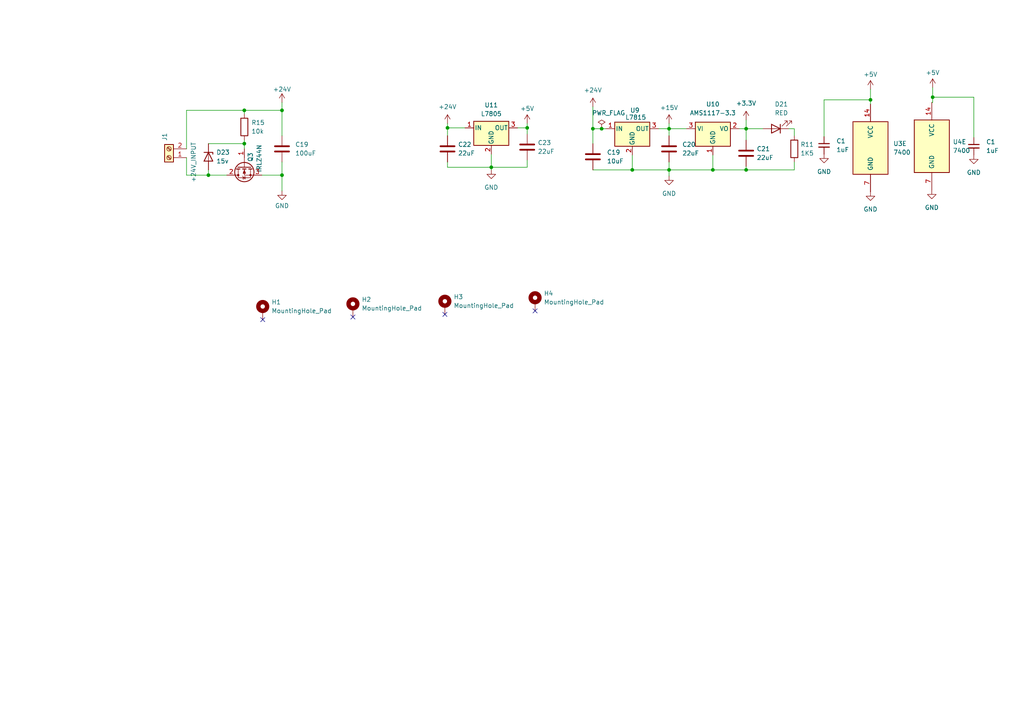
<source format=kicad_sch>
(kicad_sch (version 20230121) (generator eeschema)

  (uuid cfca6437-59e3-4673-9173-cb14793cb910)

  (paper "A4")

  (lib_symbols
    (symbol "74xx:7400" (pin_names (offset 1.016)) (in_bom yes) (on_board yes)
      (property "Reference" "U" (at 0 1.27 0)
        (effects (font (size 1.27 1.27)))
      )
      (property "Value" "7400" (at 0 -1.27 0)
        (effects (font (size 1.27 1.27)))
      )
      (property "Footprint" "" (at 0 0 0)
        (effects (font (size 1.27 1.27)) hide)
      )
      (property "Datasheet" "http://www.ti.com/lit/gpn/sn7400" (at 0 0 0)
        (effects (font (size 1.27 1.27)) hide)
      )
      (property "ki_locked" "" (at 0 0 0)
        (effects (font (size 1.27 1.27)))
      )
      (property "ki_keywords" "TTL nand 2-input" (at 0 0 0)
        (effects (font (size 1.27 1.27)) hide)
      )
      (property "ki_description" "quad 2-input NAND gate" (at 0 0 0)
        (effects (font (size 1.27 1.27)) hide)
      )
      (property "ki_fp_filters" "DIP*W7.62mm* SO14*" (at 0 0 0)
        (effects (font (size 1.27 1.27)) hide)
      )
      (symbol "7400_1_1"
        (arc (start 0 -3.81) (mid 3.7934 0) (end 0 3.81)
          (stroke (width 0.254) (type default))
          (fill (type background))
        )
        (polyline
          (pts
            (xy 0 3.81)
            (xy -3.81 3.81)
            (xy -3.81 -3.81)
            (xy 0 -3.81)
          )
          (stroke (width 0.254) (type default))
          (fill (type background))
        )
        (pin input line (at -7.62 2.54 0) (length 3.81)
          (name "~" (effects (font (size 1.27 1.27))))
          (number "1" (effects (font (size 1.27 1.27))))
        )
        (pin input line (at -7.62 -2.54 0) (length 3.81)
          (name "~" (effects (font (size 1.27 1.27))))
          (number "2" (effects (font (size 1.27 1.27))))
        )
        (pin output inverted (at 7.62 0 180) (length 3.81)
          (name "~" (effects (font (size 1.27 1.27))))
          (number "3" (effects (font (size 1.27 1.27))))
        )
      )
      (symbol "7400_1_2"
        (arc (start -3.81 -3.81) (mid -2.589 0) (end -3.81 3.81)
          (stroke (width 0.254) (type default))
          (fill (type none))
        )
        (arc (start -0.6096 -3.81) (mid 2.1842 -2.5851) (end 3.81 0)
          (stroke (width 0.254) (type default))
          (fill (type background))
        )
        (polyline
          (pts
            (xy -3.81 -3.81)
            (xy -0.635 -3.81)
          )
          (stroke (width 0.254) (type default))
          (fill (type background))
        )
        (polyline
          (pts
            (xy -3.81 3.81)
            (xy -0.635 3.81)
          )
          (stroke (width 0.254) (type default))
          (fill (type background))
        )
        (polyline
          (pts
            (xy -0.635 3.81)
            (xy -3.81 3.81)
            (xy -3.81 3.81)
            (xy -3.556 3.4036)
            (xy -3.0226 2.2606)
            (xy -2.6924 1.0414)
            (xy -2.6162 -0.254)
            (xy -2.7686 -1.4986)
            (xy -3.175 -2.7178)
            (xy -3.81 -3.81)
            (xy -3.81 -3.81)
            (xy -0.635 -3.81)
          )
          (stroke (width -25.4) (type default))
          (fill (type background))
        )
        (arc (start 3.81 0) (mid 2.1915 2.5936) (end -0.6096 3.81)
          (stroke (width 0.254) (type default))
          (fill (type background))
        )
        (pin input inverted (at -7.62 2.54 0) (length 4.318)
          (name "~" (effects (font (size 1.27 1.27))))
          (number "1" (effects (font (size 1.27 1.27))))
        )
        (pin input inverted (at -7.62 -2.54 0) (length 4.318)
          (name "~" (effects (font (size 1.27 1.27))))
          (number "2" (effects (font (size 1.27 1.27))))
        )
        (pin output line (at 7.62 0 180) (length 3.81)
          (name "~" (effects (font (size 1.27 1.27))))
          (number "3" (effects (font (size 1.27 1.27))))
        )
      )
      (symbol "7400_2_1"
        (arc (start 0 -3.81) (mid 3.7934 0) (end 0 3.81)
          (stroke (width 0.254) (type default))
          (fill (type background))
        )
        (polyline
          (pts
            (xy 0 3.81)
            (xy -3.81 3.81)
            (xy -3.81 -3.81)
            (xy 0 -3.81)
          )
          (stroke (width 0.254) (type default))
          (fill (type background))
        )
        (pin input line (at -7.62 2.54 0) (length 3.81)
          (name "~" (effects (font (size 1.27 1.27))))
          (number "4" (effects (font (size 1.27 1.27))))
        )
        (pin input line (at -7.62 -2.54 0) (length 3.81)
          (name "~" (effects (font (size 1.27 1.27))))
          (number "5" (effects (font (size 1.27 1.27))))
        )
        (pin output inverted (at 7.62 0 180) (length 3.81)
          (name "~" (effects (font (size 1.27 1.27))))
          (number "6" (effects (font (size 1.27 1.27))))
        )
      )
      (symbol "7400_2_2"
        (arc (start -3.81 -3.81) (mid -2.589 0) (end -3.81 3.81)
          (stroke (width 0.254) (type default))
          (fill (type none))
        )
        (arc (start -0.6096 -3.81) (mid 2.1842 -2.5851) (end 3.81 0)
          (stroke (width 0.254) (type default))
          (fill (type background))
        )
        (polyline
          (pts
            (xy -3.81 -3.81)
            (xy -0.635 -3.81)
          )
          (stroke (width 0.254) (type default))
          (fill (type background))
        )
        (polyline
          (pts
            (xy -3.81 3.81)
            (xy -0.635 3.81)
          )
          (stroke (width 0.254) (type default))
          (fill (type background))
        )
        (polyline
          (pts
            (xy -0.635 3.81)
            (xy -3.81 3.81)
            (xy -3.81 3.81)
            (xy -3.556 3.4036)
            (xy -3.0226 2.2606)
            (xy -2.6924 1.0414)
            (xy -2.6162 -0.254)
            (xy -2.7686 -1.4986)
            (xy -3.175 -2.7178)
            (xy -3.81 -3.81)
            (xy -3.81 -3.81)
            (xy -0.635 -3.81)
          )
          (stroke (width -25.4) (type default))
          (fill (type background))
        )
        (arc (start 3.81 0) (mid 2.1915 2.5936) (end -0.6096 3.81)
          (stroke (width 0.254) (type default))
          (fill (type background))
        )
        (pin input inverted (at -7.62 2.54 0) (length 4.318)
          (name "~" (effects (font (size 1.27 1.27))))
          (number "4" (effects (font (size 1.27 1.27))))
        )
        (pin input inverted (at -7.62 -2.54 0) (length 4.318)
          (name "~" (effects (font (size 1.27 1.27))))
          (number "5" (effects (font (size 1.27 1.27))))
        )
        (pin output line (at 7.62 0 180) (length 3.81)
          (name "~" (effects (font (size 1.27 1.27))))
          (number "6" (effects (font (size 1.27 1.27))))
        )
      )
      (symbol "7400_3_1"
        (arc (start 0 -3.81) (mid 3.7934 0) (end 0 3.81)
          (stroke (width 0.254) (type default))
          (fill (type background))
        )
        (polyline
          (pts
            (xy 0 3.81)
            (xy -3.81 3.81)
            (xy -3.81 -3.81)
            (xy 0 -3.81)
          )
          (stroke (width 0.254) (type default))
          (fill (type background))
        )
        (pin input line (at -7.62 -2.54 0) (length 3.81)
          (name "~" (effects (font (size 1.27 1.27))))
          (number "10" (effects (font (size 1.27 1.27))))
        )
        (pin output inverted (at 7.62 0 180) (length 3.81)
          (name "~" (effects (font (size 1.27 1.27))))
          (number "8" (effects (font (size 1.27 1.27))))
        )
        (pin input line (at -7.62 2.54 0) (length 3.81)
          (name "~" (effects (font (size 1.27 1.27))))
          (number "9" (effects (font (size 1.27 1.27))))
        )
      )
      (symbol "7400_3_2"
        (arc (start -3.81 -3.81) (mid -2.589 0) (end -3.81 3.81)
          (stroke (width 0.254) (type default))
          (fill (type none))
        )
        (arc (start -0.6096 -3.81) (mid 2.1842 -2.5851) (end 3.81 0)
          (stroke (width 0.254) (type default))
          (fill (type background))
        )
        (polyline
          (pts
            (xy -3.81 -3.81)
            (xy -0.635 -3.81)
          )
          (stroke (width 0.254) (type default))
          (fill (type background))
        )
        (polyline
          (pts
            (xy -3.81 3.81)
            (xy -0.635 3.81)
          )
          (stroke (width 0.254) (type default))
          (fill (type background))
        )
        (polyline
          (pts
            (xy -0.635 3.81)
            (xy -3.81 3.81)
            (xy -3.81 3.81)
            (xy -3.556 3.4036)
            (xy -3.0226 2.2606)
            (xy -2.6924 1.0414)
            (xy -2.6162 -0.254)
            (xy -2.7686 -1.4986)
            (xy -3.175 -2.7178)
            (xy -3.81 -3.81)
            (xy -3.81 -3.81)
            (xy -0.635 -3.81)
          )
          (stroke (width -25.4) (type default))
          (fill (type background))
        )
        (arc (start 3.81 0) (mid 2.1915 2.5936) (end -0.6096 3.81)
          (stroke (width 0.254) (type default))
          (fill (type background))
        )
        (pin input inverted (at -7.62 -2.54 0) (length 4.318)
          (name "~" (effects (font (size 1.27 1.27))))
          (number "10" (effects (font (size 1.27 1.27))))
        )
        (pin output line (at 7.62 0 180) (length 3.81)
          (name "~" (effects (font (size 1.27 1.27))))
          (number "8" (effects (font (size 1.27 1.27))))
        )
        (pin input inverted (at -7.62 2.54 0) (length 4.318)
          (name "~" (effects (font (size 1.27 1.27))))
          (number "9" (effects (font (size 1.27 1.27))))
        )
      )
      (symbol "7400_4_1"
        (arc (start 0 -3.81) (mid 3.7934 0) (end 0 3.81)
          (stroke (width 0.254) (type default))
          (fill (type background))
        )
        (polyline
          (pts
            (xy 0 3.81)
            (xy -3.81 3.81)
            (xy -3.81 -3.81)
            (xy 0 -3.81)
          )
          (stroke (width 0.254) (type default))
          (fill (type background))
        )
        (pin output inverted (at 7.62 0 180) (length 3.81)
          (name "~" (effects (font (size 1.27 1.27))))
          (number "11" (effects (font (size 1.27 1.27))))
        )
        (pin input line (at -7.62 2.54 0) (length 3.81)
          (name "~" (effects (font (size 1.27 1.27))))
          (number "12" (effects (font (size 1.27 1.27))))
        )
        (pin input line (at -7.62 -2.54 0) (length 3.81)
          (name "~" (effects (font (size 1.27 1.27))))
          (number "13" (effects (font (size 1.27 1.27))))
        )
      )
      (symbol "7400_4_2"
        (arc (start -3.81 -3.81) (mid -2.589 0) (end -3.81 3.81)
          (stroke (width 0.254) (type default))
          (fill (type none))
        )
        (arc (start -0.6096 -3.81) (mid 2.1842 -2.5851) (end 3.81 0)
          (stroke (width 0.254) (type default))
          (fill (type background))
        )
        (polyline
          (pts
            (xy -3.81 -3.81)
            (xy -0.635 -3.81)
          )
          (stroke (width 0.254) (type default))
          (fill (type background))
        )
        (polyline
          (pts
            (xy -3.81 3.81)
            (xy -0.635 3.81)
          )
          (stroke (width 0.254) (type default))
          (fill (type background))
        )
        (polyline
          (pts
            (xy -0.635 3.81)
            (xy -3.81 3.81)
            (xy -3.81 3.81)
            (xy -3.556 3.4036)
            (xy -3.0226 2.2606)
            (xy -2.6924 1.0414)
            (xy -2.6162 -0.254)
            (xy -2.7686 -1.4986)
            (xy -3.175 -2.7178)
            (xy -3.81 -3.81)
            (xy -3.81 -3.81)
            (xy -0.635 -3.81)
          )
          (stroke (width -25.4) (type default))
          (fill (type background))
        )
        (arc (start 3.81 0) (mid 2.1915 2.5936) (end -0.6096 3.81)
          (stroke (width 0.254) (type default))
          (fill (type background))
        )
        (pin output line (at 7.62 0 180) (length 3.81)
          (name "~" (effects (font (size 1.27 1.27))))
          (number "11" (effects (font (size 1.27 1.27))))
        )
        (pin input inverted (at -7.62 2.54 0) (length 4.318)
          (name "~" (effects (font (size 1.27 1.27))))
          (number "12" (effects (font (size 1.27 1.27))))
        )
        (pin input inverted (at -7.62 -2.54 0) (length 4.318)
          (name "~" (effects (font (size 1.27 1.27))))
          (number "13" (effects (font (size 1.27 1.27))))
        )
      )
      (symbol "7400_5_0"
        (pin power_in line (at 0 12.7 270) (length 5.08)
          (name "VCC" (effects (font (size 1.27 1.27))))
          (number "14" (effects (font (size 1.27 1.27))))
        )
        (pin power_in line (at 0 -12.7 90) (length 5.08)
          (name "GND" (effects (font (size 1.27 1.27))))
          (number "7" (effects (font (size 1.27 1.27))))
        )
      )
      (symbol "7400_5_1"
        (rectangle (start -5.08 7.62) (end 5.08 -7.62)
          (stroke (width 0.254) (type default))
          (fill (type background))
        )
      )
    )
    (symbol "Connector:Screw_Terminal_01x02" (pin_names (offset 1.016) hide) (in_bom yes) (on_board yes)
      (property "Reference" "J" (at 0 2.54 0)
        (effects (font (size 1.27 1.27)))
      )
      (property "Value" "Screw_Terminal_01x02" (at 0 -5.08 0)
        (effects (font (size 1.27 1.27)))
      )
      (property "Footprint" "" (at 0 0 0)
        (effects (font (size 1.27 1.27)) hide)
      )
      (property "Datasheet" "~" (at 0 0 0)
        (effects (font (size 1.27 1.27)) hide)
      )
      (property "ki_keywords" "screw terminal" (at 0 0 0)
        (effects (font (size 1.27 1.27)) hide)
      )
      (property "ki_description" "Generic screw terminal, single row, 01x02, script generated (kicad-library-utils/schlib/autogen/connector/)" (at 0 0 0)
        (effects (font (size 1.27 1.27)) hide)
      )
      (property "ki_fp_filters" "TerminalBlock*:*" (at 0 0 0)
        (effects (font (size 1.27 1.27)) hide)
      )
      (symbol "Screw_Terminal_01x02_1_1"
        (rectangle (start -1.27 1.27) (end 1.27 -3.81)
          (stroke (width 0.254) (type default))
          (fill (type background))
        )
        (circle (center 0 -2.54) (radius 0.635)
          (stroke (width 0.1524) (type default))
          (fill (type none))
        )
        (polyline
          (pts
            (xy -0.5334 -2.2098)
            (xy 0.3302 -3.048)
          )
          (stroke (width 0.1524) (type default))
          (fill (type none))
        )
        (polyline
          (pts
            (xy -0.5334 0.3302)
            (xy 0.3302 -0.508)
          )
          (stroke (width 0.1524) (type default))
          (fill (type none))
        )
        (polyline
          (pts
            (xy -0.3556 -2.032)
            (xy 0.508 -2.8702)
          )
          (stroke (width 0.1524) (type default))
          (fill (type none))
        )
        (polyline
          (pts
            (xy -0.3556 0.508)
            (xy 0.508 -0.3302)
          )
          (stroke (width 0.1524) (type default))
          (fill (type none))
        )
        (circle (center 0 0) (radius 0.635)
          (stroke (width 0.1524) (type default))
          (fill (type none))
        )
        (pin passive line (at -5.08 0 0) (length 3.81)
          (name "Pin_1" (effects (font (size 1.27 1.27))))
          (number "1" (effects (font (size 1.27 1.27))))
        )
        (pin passive line (at -5.08 -2.54 0) (length 3.81)
          (name "Pin_2" (effects (font (size 1.27 1.27))))
          (number "2" (effects (font (size 1.27 1.27))))
        )
      )
    )
    (symbol "Device:C" (pin_numbers hide) (pin_names (offset 0.254)) (in_bom yes) (on_board yes)
      (property "Reference" "C" (at 0.635 2.54 0)
        (effects (font (size 1.27 1.27)) (justify left))
      )
      (property "Value" "C" (at 0.635 -2.54 0)
        (effects (font (size 1.27 1.27)) (justify left))
      )
      (property "Footprint" "" (at 0.9652 -3.81 0)
        (effects (font (size 1.27 1.27)) hide)
      )
      (property "Datasheet" "~" (at 0 0 0)
        (effects (font (size 1.27 1.27)) hide)
      )
      (property "ki_keywords" "cap capacitor" (at 0 0 0)
        (effects (font (size 1.27 1.27)) hide)
      )
      (property "ki_description" "Unpolarized capacitor" (at 0 0 0)
        (effects (font (size 1.27 1.27)) hide)
      )
      (property "ki_fp_filters" "C_*" (at 0 0 0)
        (effects (font (size 1.27 1.27)) hide)
      )
      (symbol "C_0_1"
        (polyline
          (pts
            (xy -2.032 -0.762)
            (xy 2.032 -0.762)
          )
          (stroke (width 0.508) (type default))
          (fill (type none))
        )
        (polyline
          (pts
            (xy -2.032 0.762)
            (xy 2.032 0.762)
          )
          (stroke (width 0.508) (type default))
          (fill (type none))
        )
      )
      (symbol "C_1_1"
        (pin passive line (at 0 3.81 270) (length 2.794)
          (name "~" (effects (font (size 1.27 1.27))))
          (number "1" (effects (font (size 1.27 1.27))))
        )
        (pin passive line (at 0 -3.81 90) (length 2.794)
          (name "~" (effects (font (size 1.27 1.27))))
          (number "2" (effects (font (size 1.27 1.27))))
        )
      )
    )
    (symbol "Device:C_Small" (pin_numbers hide) (pin_names (offset 0.254) hide) (in_bom yes) (on_board yes)
      (property "Reference" "C" (at 0.254 1.778 0)
        (effects (font (size 1.27 1.27)) (justify left))
      )
      (property "Value" "C_Small" (at 0.254 -2.032 0)
        (effects (font (size 1.27 1.27)) (justify left))
      )
      (property "Footprint" "" (at 0 0 0)
        (effects (font (size 1.27 1.27)) hide)
      )
      (property "Datasheet" "~" (at 0 0 0)
        (effects (font (size 1.27 1.27)) hide)
      )
      (property "ki_keywords" "capacitor cap" (at 0 0 0)
        (effects (font (size 1.27 1.27)) hide)
      )
      (property "ki_description" "Unpolarized capacitor, small symbol" (at 0 0 0)
        (effects (font (size 1.27 1.27)) hide)
      )
      (property "ki_fp_filters" "C_*" (at 0 0 0)
        (effects (font (size 1.27 1.27)) hide)
      )
      (symbol "C_Small_0_1"
        (polyline
          (pts
            (xy -1.524 -0.508)
            (xy 1.524 -0.508)
          )
          (stroke (width 0.3302) (type default))
          (fill (type none))
        )
        (polyline
          (pts
            (xy -1.524 0.508)
            (xy 1.524 0.508)
          )
          (stroke (width 0.3048) (type default))
          (fill (type none))
        )
      )
      (symbol "C_Small_1_1"
        (pin passive line (at 0 2.54 270) (length 2.032)
          (name "~" (effects (font (size 1.27 1.27))))
          (number "1" (effects (font (size 1.27 1.27))))
        )
        (pin passive line (at 0 -2.54 90) (length 2.032)
          (name "~" (effects (font (size 1.27 1.27))))
          (number "2" (effects (font (size 1.27 1.27))))
        )
      )
    )
    (symbol "Device:D_Zener" (pin_numbers hide) (pin_names (offset 1.016) hide) (in_bom yes) (on_board yes)
      (property "Reference" "D" (at 0 2.54 0)
        (effects (font (size 1.27 1.27)))
      )
      (property "Value" "D_Zener" (at 0 -2.54 0)
        (effects (font (size 1.27 1.27)))
      )
      (property "Footprint" "" (at 0 0 0)
        (effects (font (size 1.27 1.27)) hide)
      )
      (property "Datasheet" "~" (at 0 0 0)
        (effects (font (size 1.27 1.27)) hide)
      )
      (property "ki_keywords" "diode" (at 0 0 0)
        (effects (font (size 1.27 1.27)) hide)
      )
      (property "ki_description" "Zener diode" (at 0 0 0)
        (effects (font (size 1.27 1.27)) hide)
      )
      (property "ki_fp_filters" "TO-???* *_Diode_* *SingleDiode* D_*" (at 0 0 0)
        (effects (font (size 1.27 1.27)) hide)
      )
      (symbol "D_Zener_0_1"
        (polyline
          (pts
            (xy 1.27 0)
            (xy -1.27 0)
          )
          (stroke (width 0) (type default))
          (fill (type none))
        )
        (polyline
          (pts
            (xy -1.27 -1.27)
            (xy -1.27 1.27)
            (xy -0.762 1.27)
          )
          (stroke (width 0.254) (type default))
          (fill (type none))
        )
        (polyline
          (pts
            (xy 1.27 -1.27)
            (xy 1.27 1.27)
            (xy -1.27 0)
            (xy 1.27 -1.27)
          )
          (stroke (width 0.254) (type default))
          (fill (type none))
        )
      )
      (symbol "D_Zener_1_1"
        (pin passive line (at -3.81 0 0) (length 2.54)
          (name "K" (effects (font (size 1.27 1.27))))
          (number "1" (effects (font (size 1.27 1.27))))
        )
        (pin passive line (at 3.81 0 180) (length 2.54)
          (name "A" (effects (font (size 1.27 1.27))))
          (number "2" (effects (font (size 1.27 1.27))))
        )
      )
    )
    (symbol "Device:LED" (pin_numbers hide) (pin_names (offset 1.016) hide) (in_bom yes) (on_board yes)
      (property "Reference" "D" (at 0 2.54 0)
        (effects (font (size 1.27 1.27)))
      )
      (property "Value" "LED" (at 0 -2.54 0)
        (effects (font (size 1.27 1.27)))
      )
      (property "Footprint" "" (at 0 0 0)
        (effects (font (size 1.27 1.27)) hide)
      )
      (property "Datasheet" "~" (at 0 0 0)
        (effects (font (size 1.27 1.27)) hide)
      )
      (property "ki_keywords" "LED diode" (at 0 0 0)
        (effects (font (size 1.27 1.27)) hide)
      )
      (property "ki_description" "Light emitting diode" (at 0 0 0)
        (effects (font (size 1.27 1.27)) hide)
      )
      (property "ki_fp_filters" "LED* LED_SMD:* LED_THT:*" (at 0 0 0)
        (effects (font (size 1.27 1.27)) hide)
      )
      (symbol "LED_0_1"
        (polyline
          (pts
            (xy -1.27 -1.27)
            (xy -1.27 1.27)
          )
          (stroke (width 0.254) (type default))
          (fill (type none))
        )
        (polyline
          (pts
            (xy -1.27 0)
            (xy 1.27 0)
          )
          (stroke (width 0) (type default))
          (fill (type none))
        )
        (polyline
          (pts
            (xy 1.27 -1.27)
            (xy 1.27 1.27)
            (xy -1.27 0)
            (xy 1.27 -1.27)
          )
          (stroke (width 0.254) (type default))
          (fill (type none))
        )
        (polyline
          (pts
            (xy -3.048 -0.762)
            (xy -4.572 -2.286)
            (xy -3.81 -2.286)
            (xy -4.572 -2.286)
            (xy -4.572 -1.524)
          )
          (stroke (width 0) (type default))
          (fill (type none))
        )
        (polyline
          (pts
            (xy -1.778 -0.762)
            (xy -3.302 -2.286)
            (xy -2.54 -2.286)
            (xy -3.302 -2.286)
            (xy -3.302 -1.524)
          )
          (stroke (width 0) (type default))
          (fill (type none))
        )
      )
      (symbol "LED_1_1"
        (pin passive line (at -3.81 0 0) (length 2.54)
          (name "K" (effects (font (size 1.27 1.27))))
          (number "1" (effects (font (size 1.27 1.27))))
        )
        (pin passive line (at 3.81 0 180) (length 2.54)
          (name "A" (effects (font (size 1.27 1.27))))
          (number "2" (effects (font (size 1.27 1.27))))
        )
      )
    )
    (symbol "Device:R" (pin_numbers hide) (pin_names (offset 0)) (in_bom yes) (on_board yes)
      (property "Reference" "R" (at 2.032 0 90)
        (effects (font (size 1.27 1.27)))
      )
      (property "Value" "R" (at 0 0 90)
        (effects (font (size 1.27 1.27)))
      )
      (property "Footprint" "" (at -1.778 0 90)
        (effects (font (size 1.27 1.27)) hide)
      )
      (property "Datasheet" "~" (at 0 0 0)
        (effects (font (size 1.27 1.27)) hide)
      )
      (property "ki_keywords" "R res resistor" (at 0 0 0)
        (effects (font (size 1.27 1.27)) hide)
      )
      (property "ki_description" "Resistor" (at 0 0 0)
        (effects (font (size 1.27 1.27)) hide)
      )
      (property "ki_fp_filters" "R_*" (at 0 0 0)
        (effects (font (size 1.27 1.27)) hide)
      )
      (symbol "R_0_1"
        (rectangle (start -1.016 -2.54) (end 1.016 2.54)
          (stroke (width 0.254) (type default))
          (fill (type none))
        )
      )
      (symbol "R_1_1"
        (pin passive line (at 0 3.81 270) (length 1.27)
          (name "~" (effects (font (size 1.27 1.27))))
          (number "1" (effects (font (size 1.27 1.27))))
        )
        (pin passive line (at 0 -3.81 90) (length 1.27)
          (name "~" (effects (font (size 1.27 1.27))))
          (number "2" (effects (font (size 1.27 1.27))))
        )
      )
    )
    (symbol "Mechanical:MountingHole_Pad" (pin_numbers hide) (pin_names (offset 1.016) hide) (in_bom yes) (on_board yes)
      (property "Reference" "H" (at 0 6.35 0)
        (effects (font (size 1.27 1.27)))
      )
      (property "Value" "MountingHole_Pad" (at 0 4.445 0)
        (effects (font (size 1.27 1.27)))
      )
      (property "Footprint" "" (at 0 0 0)
        (effects (font (size 1.27 1.27)) hide)
      )
      (property "Datasheet" "~" (at 0 0 0)
        (effects (font (size 1.27 1.27)) hide)
      )
      (property "ki_keywords" "mounting hole" (at 0 0 0)
        (effects (font (size 1.27 1.27)) hide)
      )
      (property "ki_description" "Mounting Hole with connection" (at 0 0 0)
        (effects (font (size 1.27 1.27)) hide)
      )
      (property "ki_fp_filters" "MountingHole*Pad*" (at 0 0 0)
        (effects (font (size 1.27 1.27)) hide)
      )
      (symbol "MountingHole_Pad_0_1"
        (circle (center 0 1.27) (radius 1.27)
          (stroke (width 1.27) (type default))
          (fill (type none))
        )
      )
      (symbol "MountingHole_Pad_1_1"
        (pin input line (at 0 -2.54 90) (length 2.54)
          (name "1" (effects (font (size 1.27 1.27))))
          (number "1" (effects (font (size 1.27 1.27))))
        )
      )
    )
    (symbol "Regulator_Linear:AMS1117-3.3" (in_bom yes) (on_board yes)
      (property "Reference" "U" (at -3.81 3.175 0)
        (effects (font (size 1.27 1.27)))
      )
      (property "Value" "AMS1117-3.3" (at 0 3.175 0)
        (effects (font (size 1.27 1.27)) (justify left))
      )
      (property "Footprint" "Package_TO_SOT_SMD:SOT-223-3_TabPin2" (at 0 5.08 0)
        (effects (font (size 1.27 1.27)) hide)
      )
      (property "Datasheet" "http://www.advanced-monolithic.com/pdf/ds1117.pdf" (at 2.54 -6.35 0)
        (effects (font (size 1.27 1.27)) hide)
      )
      (property "ki_keywords" "linear regulator ldo fixed positive" (at 0 0 0)
        (effects (font (size 1.27 1.27)) hide)
      )
      (property "ki_description" "1A Low Dropout regulator, positive, 3.3V fixed output, SOT-223" (at 0 0 0)
        (effects (font (size 1.27 1.27)) hide)
      )
      (property "ki_fp_filters" "SOT?223*TabPin2*" (at 0 0 0)
        (effects (font (size 1.27 1.27)) hide)
      )
      (symbol "AMS1117-3.3_0_1"
        (rectangle (start -5.08 -5.08) (end 5.08 1.905)
          (stroke (width 0.254) (type default))
          (fill (type background))
        )
      )
      (symbol "AMS1117-3.3_1_1"
        (pin power_in line (at 0 -7.62 90) (length 2.54)
          (name "GND" (effects (font (size 1.27 1.27))))
          (number "1" (effects (font (size 1.27 1.27))))
        )
        (pin power_out line (at 7.62 0 180) (length 2.54)
          (name "VO" (effects (font (size 1.27 1.27))))
          (number "2" (effects (font (size 1.27 1.27))))
        )
        (pin power_in line (at -7.62 0 0) (length 2.54)
          (name "VI" (effects (font (size 1.27 1.27))))
          (number "3" (effects (font (size 1.27 1.27))))
        )
      )
    )
    (symbol "Regulator_Linear:L7805" (pin_names (offset 0.254)) (in_bom yes) (on_board yes)
      (property "Reference" "U" (at -3.81 3.175 0)
        (effects (font (size 1.27 1.27)))
      )
      (property "Value" "L7805" (at 0 3.175 0)
        (effects (font (size 1.27 1.27)) (justify left))
      )
      (property "Footprint" "" (at 0.635 -3.81 0)
        (effects (font (size 1.27 1.27) italic) (justify left) hide)
      )
      (property "Datasheet" "http://www.st.com/content/ccc/resource/technical/document/datasheet/41/4f/b3/b0/12/d4/47/88/CD00000444.pdf/files/CD00000444.pdf/jcr:content/translations/en.CD00000444.pdf" (at 0 -1.27 0)
        (effects (font (size 1.27 1.27)) hide)
      )
      (property "ki_keywords" "Voltage Regulator 1.5A Positive" (at 0 0 0)
        (effects (font (size 1.27 1.27)) hide)
      )
      (property "ki_description" "Positive 1.5A 35V Linear Regulator, Fixed Output 5V, TO-220/TO-263/TO-252" (at 0 0 0)
        (effects (font (size 1.27 1.27)) hide)
      )
      (property "ki_fp_filters" "TO?252* TO?263* TO?220*" (at 0 0 0)
        (effects (font (size 1.27 1.27)) hide)
      )
      (symbol "L7805_0_1"
        (rectangle (start -5.08 1.905) (end 5.08 -5.08)
          (stroke (width 0.254) (type default))
          (fill (type background))
        )
      )
      (symbol "L7805_1_1"
        (pin power_in line (at -7.62 0 0) (length 2.54)
          (name "IN" (effects (font (size 1.27 1.27))))
          (number "1" (effects (font (size 1.27 1.27))))
        )
        (pin power_in line (at 0 -7.62 90) (length 2.54)
          (name "GND" (effects (font (size 1.27 1.27))))
          (number "2" (effects (font (size 1.27 1.27))))
        )
        (pin power_out line (at 7.62 0 180) (length 2.54)
          (name "OUT" (effects (font (size 1.27 1.27))))
          (number "3" (effects (font (size 1.27 1.27))))
        )
      )
    )
    (symbol "Regulator_Linear:L7815" (pin_names (offset 0.254)) (in_bom yes) (on_board yes)
      (property "Reference" "U" (at -3.81 3.175 0)
        (effects (font (size 1.27 1.27)))
      )
      (property "Value" "L7815" (at 0 3.175 0)
        (effects (font (size 1.27 1.27)) (justify left))
      )
      (property "Footprint" "" (at 0.635 -3.81 0)
        (effects (font (size 1.27 1.27) italic) (justify left) hide)
      )
      (property "Datasheet" "http://www.st.com/content/ccc/resource/technical/document/datasheet/41/4f/b3/b0/12/d4/47/88/CD00000444.pdf/files/CD00000444.pdf/jcr:content/translations/en.CD00000444.pdf" (at 0 -1.27 0)
        (effects (font (size 1.27 1.27)) hide)
      )
      (property "ki_keywords" "Voltage Regulator 1.5A Positive" (at 0 0 0)
        (effects (font (size 1.27 1.27)) hide)
      )
      (property "ki_description" "Positive 1.5A 35V Linear Regulator, Fixed Output 15V, TO-220/TO-263/TO-252" (at 0 0 0)
        (effects (font (size 1.27 1.27)) hide)
      )
      (property "ki_fp_filters" "TO?252* TO?263* TO?220*" (at 0 0 0)
        (effects (font (size 1.27 1.27)) hide)
      )
      (symbol "L7815_0_1"
        (rectangle (start -5.08 1.905) (end 5.08 -5.08)
          (stroke (width 0.254) (type default))
          (fill (type background))
        )
      )
      (symbol "L7815_1_1"
        (pin power_in line (at -7.62 0 0) (length 2.54)
          (name "IN" (effects (font (size 1.27 1.27))))
          (number "1" (effects (font (size 1.27 1.27))))
        )
        (pin power_in line (at 0 -7.62 90) (length 2.54)
          (name "GND" (effects (font (size 1.27 1.27))))
          (number "2" (effects (font (size 1.27 1.27))))
        )
        (pin power_out line (at 7.62 0 180) (length 2.54)
          (name "OUT" (effects (font (size 1.27 1.27))))
          (number "3" (effects (font (size 1.27 1.27))))
        )
      )
    )
    (symbol "Transistor_FET:IRLZ44N" (pin_names hide) (in_bom yes) (on_board yes)
      (property "Reference" "Q" (at 6.35 1.905 0)
        (effects (font (size 1.27 1.27)) (justify left))
      )
      (property "Value" "IRLZ44N" (at 6.35 0 0)
        (effects (font (size 1.27 1.27)) (justify left))
      )
      (property "Footprint" "Package_TO_SOT_THT:TO-220-3_Vertical" (at 6.35 -1.905 0)
        (effects (font (size 1.27 1.27) italic) (justify left) hide)
      )
      (property "Datasheet" "http://www.irf.com/product-info/datasheets/data/irlz44n.pdf" (at 0 0 0)
        (effects (font (size 1.27 1.27)) (justify left) hide)
      )
      (property "ki_keywords" "N-Channel HEXFET MOSFET Logic-Level" (at 0 0 0)
        (effects (font (size 1.27 1.27)) hide)
      )
      (property "ki_description" "47A Id, 55V Vds, 22mOhm Rds Single N-Channel HEXFET Power MOSFET, TO-220AB" (at 0 0 0)
        (effects (font (size 1.27 1.27)) hide)
      )
      (property "ki_fp_filters" "TO?220*" (at 0 0 0)
        (effects (font (size 1.27 1.27)) hide)
      )
      (symbol "IRLZ44N_0_1"
        (polyline
          (pts
            (xy 0.254 0)
            (xy -2.54 0)
          )
          (stroke (width 0) (type default))
          (fill (type none))
        )
        (polyline
          (pts
            (xy 0.254 1.905)
            (xy 0.254 -1.905)
          )
          (stroke (width 0.254) (type default))
          (fill (type none))
        )
        (polyline
          (pts
            (xy 0.762 -1.27)
            (xy 0.762 -2.286)
          )
          (stroke (width 0.254) (type default))
          (fill (type none))
        )
        (polyline
          (pts
            (xy 0.762 0.508)
            (xy 0.762 -0.508)
          )
          (stroke (width 0.254) (type default))
          (fill (type none))
        )
        (polyline
          (pts
            (xy 0.762 2.286)
            (xy 0.762 1.27)
          )
          (stroke (width 0.254) (type default))
          (fill (type none))
        )
        (polyline
          (pts
            (xy 2.54 2.54)
            (xy 2.54 1.778)
          )
          (stroke (width 0) (type default))
          (fill (type none))
        )
        (polyline
          (pts
            (xy 2.54 -2.54)
            (xy 2.54 0)
            (xy 0.762 0)
          )
          (stroke (width 0) (type default))
          (fill (type none))
        )
        (polyline
          (pts
            (xy 0.762 -1.778)
            (xy 3.302 -1.778)
            (xy 3.302 1.778)
            (xy 0.762 1.778)
          )
          (stroke (width 0) (type default))
          (fill (type none))
        )
        (polyline
          (pts
            (xy 1.016 0)
            (xy 2.032 0.381)
            (xy 2.032 -0.381)
            (xy 1.016 0)
          )
          (stroke (width 0) (type default))
          (fill (type outline))
        )
        (polyline
          (pts
            (xy 2.794 0.508)
            (xy 2.921 0.381)
            (xy 3.683 0.381)
            (xy 3.81 0.254)
          )
          (stroke (width 0) (type default))
          (fill (type none))
        )
        (polyline
          (pts
            (xy 3.302 0.381)
            (xy 2.921 -0.254)
            (xy 3.683 -0.254)
            (xy 3.302 0.381)
          )
          (stroke (width 0) (type default))
          (fill (type none))
        )
        (circle (center 1.651 0) (radius 2.794)
          (stroke (width 0.254) (type default))
          (fill (type none))
        )
        (circle (center 2.54 -1.778) (radius 0.254)
          (stroke (width 0) (type default))
          (fill (type outline))
        )
        (circle (center 2.54 1.778) (radius 0.254)
          (stroke (width 0) (type default))
          (fill (type outline))
        )
      )
      (symbol "IRLZ44N_1_1"
        (pin input line (at -5.08 0 0) (length 2.54)
          (name "G" (effects (font (size 1.27 1.27))))
          (number "1" (effects (font (size 1.27 1.27))))
        )
        (pin passive line (at 2.54 5.08 270) (length 2.54)
          (name "D" (effects (font (size 1.27 1.27))))
          (number "2" (effects (font (size 1.27 1.27))))
        )
        (pin passive line (at 2.54 -5.08 90) (length 2.54)
          (name "S" (effects (font (size 1.27 1.27))))
          (number "3" (effects (font (size 1.27 1.27))))
        )
      )
    )
    (symbol "power:+15V" (power) (pin_names (offset 0)) (in_bom yes) (on_board yes)
      (property "Reference" "#PWR" (at 0 -3.81 0)
        (effects (font (size 1.27 1.27)) hide)
      )
      (property "Value" "+15V" (at 0 3.556 0)
        (effects (font (size 1.27 1.27)))
      )
      (property "Footprint" "" (at 0 0 0)
        (effects (font (size 1.27 1.27)) hide)
      )
      (property "Datasheet" "" (at 0 0 0)
        (effects (font (size 1.27 1.27)) hide)
      )
      (property "ki_keywords" "global power" (at 0 0 0)
        (effects (font (size 1.27 1.27)) hide)
      )
      (property "ki_description" "Power symbol creates a global label with name \"+15V\"" (at 0 0 0)
        (effects (font (size 1.27 1.27)) hide)
      )
      (symbol "+15V_0_1"
        (polyline
          (pts
            (xy -0.762 1.27)
            (xy 0 2.54)
          )
          (stroke (width 0) (type default))
          (fill (type none))
        )
        (polyline
          (pts
            (xy 0 0)
            (xy 0 2.54)
          )
          (stroke (width 0) (type default))
          (fill (type none))
        )
        (polyline
          (pts
            (xy 0 2.54)
            (xy 0.762 1.27)
          )
          (stroke (width 0) (type default))
          (fill (type none))
        )
      )
      (symbol "+15V_1_1"
        (pin power_in line (at 0 0 90) (length 0) hide
          (name "+15V" (effects (font (size 1.27 1.27))))
          (number "1" (effects (font (size 1.27 1.27))))
        )
      )
    )
    (symbol "power:+24V" (power) (pin_names (offset 0)) (in_bom yes) (on_board yes)
      (property "Reference" "#PWR" (at 0 -3.81 0)
        (effects (font (size 1.27 1.27)) hide)
      )
      (property "Value" "+24V" (at 0 3.556 0)
        (effects (font (size 1.27 1.27)))
      )
      (property "Footprint" "" (at 0 0 0)
        (effects (font (size 1.27 1.27)) hide)
      )
      (property "Datasheet" "" (at 0 0 0)
        (effects (font (size 1.27 1.27)) hide)
      )
      (property "ki_keywords" "global power" (at 0 0 0)
        (effects (font (size 1.27 1.27)) hide)
      )
      (property "ki_description" "Power symbol creates a global label with name \"+24V\"" (at 0 0 0)
        (effects (font (size 1.27 1.27)) hide)
      )
      (symbol "+24V_0_1"
        (polyline
          (pts
            (xy -0.762 1.27)
            (xy 0 2.54)
          )
          (stroke (width 0) (type default))
          (fill (type none))
        )
        (polyline
          (pts
            (xy 0 0)
            (xy 0 2.54)
          )
          (stroke (width 0) (type default))
          (fill (type none))
        )
        (polyline
          (pts
            (xy 0 2.54)
            (xy 0.762 1.27)
          )
          (stroke (width 0) (type default))
          (fill (type none))
        )
      )
      (symbol "+24V_1_1"
        (pin power_in line (at 0 0 90) (length 0) hide
          (name "+24V" (effects (font (size 1.27 1.27))))
          (number "1" (effects (font (size 1.27 1.27))))
        )
      )
    )
    (symbol "power:+3.3V" (power) (pin_names (offset 0)) (in_bom yes) (on_board yes)
      (property "Reference" "#PWR" (at 0 -3.81 0)
        (effects (font (size 1.27 1.27)) hide)
      )
      (property "Value" "+3.3V" (at 0 3.556 0)
        (effects (font (size 1.27 1.27)))
      )
      (property "Footprint" "" (at 0 0 0)
        (effects (font (size 1.27 1.27)) hide)
      )
      (property "Datasheet" "" (at 0 0 0)
        (effects (font (size 1.27 1.27)) hide)
      )
      (property "ki_keywords" "global power" (at 0 0 0)
        (effects (font (size 1.27 1.27)) hide)
      )
      (property "ki_description" "Power symbol creates a global label with name \"+3.3V\"" (at 0 0 0)
        (effects (font (size 1.27 1.27)) hide)
      )
      (symbol "+3.3V_0_1"
        (polyline
          (pts
            (xy -0.762 1.27)
            (xy 0 2.54)
          )
          (stroke (width 0) (type default))
          (fill (type none))
        )
        (polyline
          (pts
            (xy 0 0)
            (xy 0 2.54)
          )
          (stroke (width 0) (type default))
          (fill (type none))
        )
        (polyline
          (pts
            (xy 0 2.54)
            (xy 0.762 1.27)
          )
          (stroke (width 0) (type default))
          (fill (type none))
        )
      )
      (symbol "+3.3V_1_1"
        (pin power_in line (at 0 0 90) (length 0) hide
          (name "+3.3V" (effects (font (size 1.27 1.27))))
          (number "1" (effects (font (size 1.27 1.27))))
        )
      )
    )
    (symbol "power:+5V" (power) (pin_names (offset 0)) (in_bom yes) (on_board yes)
      (property "Reference" "#PWR" (at 0 -3.81 0)
        (effects (font (size 1.27 1.27)) hide)
      )
      (property "Value" "+5V" (at 0 3.556 0)
        (effects (font (size 1.27 1.27)))
      )
      (property "Footprint" "" (at 0 0 0)
        (effects (font (size 1.27 1.27)) hide)
      )
      (property "Datasheet" "" (at 0 0 0)
        (effects (font (size 1.27 1.27)) hide)
      )
      (property "ki_keywords" "global power" (at 0 0 0)
        (effects (font (size 1.27 1.27)) hide)
      )
      (property "ki_description" "Power symbol creates a global label with name \"+5V\"" (at 0 0 0)
        (effects (font (size 1.27 1.27)) hide)
      )
      (symbol "+5V_0_1"
        (polyline
          (pts
            (xy -0.762 1.27)
            (xy 0 2.54)
          )
          (stroke (width 0) (type default))
          (fill (type none))
        )
        (polyline
          (pts
            (xy 0 0)
            (xy 0 2.54)
          )
          (stroke (width 0) (type default))
          (fill (type none))
        )
        (polyline
          (pts
            (xy 0 2.54)
            (xy 0.762 1.27)
          )
          (stroke (width 0) (type default))
          (fill (type none))
        )
      )
      (symbol "+5V_1_1"
        (pin power_in line (at 0 0 90) (length 0) hide
          (name "+5V" (effects (font (size 1.27 1.27))))
          (number "1" (effects (font (size 1.27 1.27))))
        )
      )
    )
    (symbol "power:GND" (power) (pin_names (offset 0)) (in_bom yes) (on_board yes)
      (property "Reference" "#PWR" (at 0 -6.35 0)
        (effects (font (size 1.27 1.27)) hide)
      )
      (property "Value" "GND" (at 0 -3.81 0)
        (effects (font (size 1.27 1.27)))
      )
      (property "Footprint" "" (at 0 0 0)
        (effects (font (size 1.27 1.27)) hide)
      )
      (property "Datasheet" "" (at 0 0 0)
        (effects (font (size 1.27 1.27)) hide)
      )
      (property "ki_keywords" "global power" (at 0 0 0)
        (effects (font (size 1.27 1.27)) hide)
      )
      (property "ki_description" "Power symbol creates a global label with name \"GND\" , ground" (at 0 0 0)
        (effects (font (size 1.27 1.27)) hide)
      )
      (symbol "GND_0_1"
        (polyline
          (pts
            (xy 0 0)
            (xy 0 -1.27)
            (xy 1.27 -1.27)
            (xy 0 -2.54)
            (xy -1.27 -1.27)
            (xy 0 -1.27)
          )
          (stroke (width 0) (type default))
          (fill (type none))
        )
      )
      (symbol "GND_1_1"
        (pin power_in line (at 0 0 270) (length 0) hide
          (name "GND" (effects (font (size 1.27 1.27))))
          (number "1" (effects (font (size 1.27 1.27))))
        )
      )
    )
    (symbol "power:PWR_FLAG" (power) (pin_numbers hide) (pin_names (offset 0) hide) (in_bom yes) (on_board yes)
      (property "Reference" "#FLG" (at 0 1.905 0)
        (effects (font (size 1.27 1.27)) hide)
      )
      (property "Value" "PWR_FLAG" (at 0 3.81 0)
        (effects (font (size 1.27 1.27)))
      )
      (property "Footprint" "" (at 0 0 0)
        (effects (font (size 1.27 1.27)) hide)
      )
      (property "Datasheet" "~" (at 0 0 0)
        (effects (font (size 1.27 1.27)) hide)
      )
      (property "ki_keywords" "flag power" (at 0 0 0)
        (effects (font (size 1.27 1.27)) hide)
      )
      (property "ki_description" "Special symbol for telling ERC where power comes from" (at 0 0 0)
        (effects (font (size 1.27 1.27)) hide)
      )
      (symbol "PWR_FLAG_0_0"
        (pin power_out line (at 0 0 90) (length 0)
          (name "pwr" (effects (font (size 1.27 1.27))))
          (number "1" (effects (font (size 1.27 1.27))))
        )
      )
      (symbol "PWR_FLAG_0_1"
        (polyline
          (pts
            (xy 0 0)
            (xy 0 1.27)
            (xy -1.016 1.905)
            (xy 0 2.54)
            (xy 1.016 1.905)
            (xy 0 1.27)
          )
          (stroke (width 0) (type default))
          (fill (type none))
        )
      )
    )
  )

  (junction (at 81.788 32.004) (diameter 0) (color 0 0 0 0)
    (uuid 197b0d2f-cc5e-46ae-a5e3-d16a519e769f)
  )
  (junction (at 270.51 28.194) (diameter 0) (color 0 0 0 0)
    (uuid 24efc640-b807-480a-be05-ef2cabfdadf6)
  )
  (junction (at 129.794 37.084) (diameter 0) (color 0 0 0 0)
    (uuid 2a59216d-33d5-444d-904d-f116673a56e4)
  )
  (junction (at 174.498 37.338) (diameter 0) (color 0 0 0 0)
    (uuid 321f6d69-63ea-4079-b48e-33f21e0d5be8)
  )
  (junction (at 252.476 28.956) (diameter 0) (color 0 0 0 0)
    (uuid 4d55d462-ca90-47e4-8f11-615b3fd1244e)
  )
  (junction (at 183.388 49.276) (diameter 0) (color 0 0 0 0)
    (uuid 4fccc928-afd9-4335-ac0f-15e200f1d04f)
  )
  (junction (at 216.408 49.276) (diameter 0) (color 0 0 0 0)
    (uuid 50e9273b-acf6-4d5d-a5c9-ade6c92e9680)
  )
  (junction (at 216.408 37.338) (diameter 0) (color 0 0 0 0)
    (uuid 688902ef-5bf2-4d7e-87c8-b395315e3115)
  )
  (junction (at 70.866 32.004) (diameter 0) (color 0 0 0 0)
    (uuid 777b3d8a-47da-49a4-b7ed-6b6dad41c40d)
  )
  (junction (at 194.056 49.276) (diameter 0) (color 0 0 0 0)
    (uuid 77bcf2c5-2a60-4cd3-ac46-b440847ae972)
  )
  (junction (at 171.958 37.338) (diameter 0) (color 0 0 0 0)
    (uuid 78afb8eb-0eea-42f1-9ba2-ea316ba36e05)
  )
  (junction (at 194.056 37.338) (diameter 0) (color 0 0 0 0)
    (uuid 99bfa661-2216-4d14-a87d-3c5c6850bcd4)
  )
  (junction (at 206.756 49.276) (diameter 0) (color 0 0 0 0)
    (uuid aa7606eb-3ea2-4772-ae87-c55e3d0f4ec3)
  )
  (junction (at 142.494 48.514) (diameter 0) (color 0 0 0 0)
    (uuid b4f5cc35-6b26-4bd6-8d33-819ff7219abc)
  )
  (junction (at 70.866 41.656) (diameter 0) (color 0 0 0 0)
    (uuid c4f4604f-8f66-401b-8a77-551910ce56b5)
  )
  (junction (at 152.908 37.084) (diameter 0) (color 0 0 0 0)
    (uuid c958d960-109c-4796-b5d8-a56176278f5d)
  )
  (junction (at 60.452 50.8) (diameter 0) (color 0 0 0 0)
    (uuid d9065f5e-b51c-425e-9397-d7e7452fa32b)
  )
  (junction (at 81.788 50.8) (diameter 0) (color 0 0 0 0)
    (uuid da20f23b-3757-4ccd-8c67-9e0f19a1f5c8)
  )

  (no_connect (at 155.194 90.17) (uuid 2564d641-be37-4ec0-acce-4ddd08afc04c))
  (no_connect (at 76.2 92.71) (uuid 3f810def-0419-46cc-b182-b7f225c2cc4a))
  (no_connect (at 102.362 91.948) (uuid d0ac3b1b-8583-467f-b12b-ef51737ededa))
  (no_connect (at 129.032 91.186) (uuid ebf2437a-c8f7-4bfc-b9aa-d624b4d89b84))

  (wire (pts (xy 216.408 34.798) (xy 216.408 37.338))
    (stroke (width 0) (type default))
    (uuid 0876cceb-33d4-467c-af55-1141ae7dc777)
  )
  (wire (pts (xy 270.51 28.194) (xy 270.51 29.718))
    (stroke (width 0) (type default))
    (uuid 08993a1b-d2ab-4e5d-a0ef-d9742e846863)
  )
  (wire (pts (xy 239.014 28.956) (xy 252.476 28.956))
    (stroke (width 0) (type default))
    (uuid 08d95d06-30be-49e3-af04-0cd36a82db85)
  )
  (wire (pts (xy 270.51 25.4) (xy 270.51 28.194))
    (stroke (width 0) (type default))
    (uuid 10ecc52d-dd17-4a24-b536-f65ccbd97355)
  )
  (wire (pts (xy 129.794 48.514) (xy 142.494 48.514))
    (stroke (width 0) (type default))
    (uuid 1522283d-02fe-42a8-989d-f2f76de0ad3d)
  )
  (wire (pts (xy 230.378 37.338) (xy 228.854 37.338))
    (stroke (width 0) (type default))
    (uuid 16f47f86-3926-4b69-9dff-c0d06e002150)
  )
  (wire (pts (xy 81.788 32.004) (xy 81.788 39.37))
    (stroke (width 0) (type default))
    (uuid 1dc703d7-3bfe-4cdb-b016-d770a0911304)
  )
  (wire (pts (xy 194.056 51.054) (xy 194.056 49.276))
    (stroke (width 0) (type default))
    (uuid 1dd5326b-0b87-4a4e-b5b2-97a9eb3b039a)
  )
  (wire (pts (xy 230.378 39.37) (xy 230.378 37.338))
    (stroke (width 0) (type default))
    (uuid 1e138dad-100d-4f48-930b-59d9f779bed2)
  )
  (wire (pts (xy 54.102 32.004) (xy 54.102 43.18))
    (stroke (width 0) (type default))
    (uuid 213a3045-13fa-49b3-817f-bfa3a1c65115)
  )
  (wire (pts (xy 206.756 44.958) (xy 206.756 49.276))
    (stroke (width 0) (type default))
    (uuid 27bca03b-f61d-4feb-8f22-e1c81070b121)
  )
  (wire (pts (xy 174.498 37.338) (xy 175.768 37.338))
    (stroke (width 0) (type default))
    (uuid 2e514c79-867e-42e4-89f9-6db9d1bea54b)
  )
  (wire (pts (xy 171.958 37.338) (xy 174.498 37.338))
    (stroke (width 0) (type default))
    (uuid 2f6fc7c5-6a60-4e61-a771-7e550a0e819e)
  )
  (wire (pts (xy 152.908 35.814) (xy 152.908 37.084))
    (stroke (width 0) (type default))
    (uuid 33091f47-ec70-4f00-ac84-73f47d891e1c)
  )
  (wire (pts (xy 230.378 49.276) (xy 216.408 49.276))
    (stroke (width 0) (type default))
    (uuid 338205a9-28ce-4c17-8210-42325259ea55)
  )
  (wire (pts (xy 81.788 55.372) (xy 81.788 50.8))
    (stroke (width 0) (type default))
    (uuid 34451a18-a360-4149-a428-f555877b3ae8)
  )
  (wire (pts (xy 216.408 37.338) (xy 221.234 37.338))
    (stroke (width 0) (type default))
    (uuid 35af3d9a-aba1-4b35-8534-20b8e6638532)
  )
  (wire (pts (xy 183.388 49.276) (xy 194.056 49.276))
    (stroke (width 0) (type default))
    (uuid 38b36af5-68c4-4c0f-8975-36dbcc24a7a1)
  )
  (wire (pts (xy 194.056 49.276) (xy 206.756 49.276))
    (stroke (width 0) (type default))
    (uuid 3e868bdc-71df-4e47-a3db-9fb3eeeda149)
  )
  (wire (pts (xy 60.452 49.276) (xy 60.452 50.8))
    (stroke (width 0) (type default))
    (uuid 507f0401-ff46-4260-8314-53155d55994b)
  )
  (wire (pts (xy 183.388 44.958) (xy 183.388 49.276))
    (stroke (width 0) (type default))
    (uuid 53342ed0-0397-4085-a560-6e65637a86eb)
  )
  (wire (pts (xy 70.866 32.004) (xy 70.866 33.02))
    (stroke (width 0) (type default))
    (uuid 5398fcb6-09e5-4793-8b4a-3713663e47ff)
  )
  (wire (pts (xy 75.946 50.8) (xy 81.788 50.8))
    (stroke (width 0) (type default))
    (uuid 5a144da5-f8b6-4982-87dd-3396fe22476f)
  )
  (wire (pts (xy 194.056 46.99) (xy 194.056 49.276))
    (stroke (width 0) (type default))
    (uuid 5c0c8dc7-7d4f-4ca3-8ebf-1c91f4897190)
  )
  (wire (pts (xy 70.866 40.64) (xy 70.866 41.656))
    (stroke (width 0) (type default))
    (uuid 5cda9737-ae54-4c47-a5a3-baf5e223d254)
  )
  (wire (pts (xy 152.908 48.514) (xy 142.494 48.514))
    (stroke (width 0) (type default))
    (uuid 68e61f21-a62e-4b5f-a90a-b09208efe585)
  )
  (wire (pts (xy 239.014 39.624) (xy 239.014 28.956))
    (stroke (width 0) (type default))
    (uuid 6ad0b877-f594-462f-b936-0a333e260587)
  )
  (wire (pts (xy 60.452 41.656) (xy 70.866 41.656))
    (stroke (width 0) (type default))
    (uuid 6f12e537-d876-4f23-8395-8d13a2cb3027)
  )
  (wire (pts (xy 81.788 50.8) (xy 81.788 46.99))
    (stroke (width 0) (type default))
    (uuid 713b19a4-5bff-46a8-bd18-361c3bcba455)
  )
  (wire (pts (xy 216.408 49.276) (xy 216.408 48.26))
    (stroke (width 0) (type default))
    (uuid 71bdddf4-11b3-4274-8577-5d4e62a3b1ac)
  )
  (wire (pts (xy 129.794 37.084) (xy 129.794 39.37))
    (stroke (width 0) (type default))
    (uuid 742e8562-3076-4e8b-8213-de591df2f3f8)
  )
  (wire (pts (xy 70.866 41.656) (xy 70.866 43.18))
    (stroke (width 0) (type default))
    (uuid 755f88d3-7c38-4e56-b45c-ebe95d7d0b8e)
  )
  (wire (pts (xy 282.448 39.878) (xy 282.448 28.194))
    (stroke (width 0) (type default))
    (uuid 7904a8a3-de58-483a-8c6c-a7f29349011a)
  )
  (wire (pts (xy 150.114 37.084) (xy 152.908 37.084))
    (stroke (width 0) (type default))
    (uuid 7a36f90d-a0b3-4c1c-80bc-a8b64f7efc8a)
  )
  (wire (pts (xy 230.378 46.99) (xy 230.378 49.276))
    (stroke (width 0) (type default))
    (uuid 7de606fd-1c75-4e41-948d-93c1fed446fa)
  )
  (wire (pts (xy 199.136 37.338) (xy 194.056 37.338))
    (stroke (width 0) (type default))
    (uuid 7dee7dc2-bc69-4dcc-b75c-fb9fd7c7f46f)
  )
  (wire (pts (xy 194.056 39.37) (xy 194.056 37.338))
    (stroke (width 0) (type default))
    (uuid 883278ba-2370-4db6-a665-0583342b03c1)
  )
  (wire (pts (xy 129.794 37.084) (xy 134.874 37.084))
    (stroke (width 0) (type default))
    (uuid 88e00582-aeb6-4658-9afa-496f4dcbdc52)
  )
  (wire (pts (xy 54.102 50.8) (xy 60.452 50.8))
    (stroke (width 0) (type default))
    (uuid 916418d5-81db-40d5-aa8f-60a93bb0f140)
  )
  (wire (pts (xy 142.494 48.514) (xy 142.494 44.704))
    (stroke (width 0) (type default))
    (uuid 97725f6b-88ec-4ecc-9a0c-2420e7c763c8)
  )
  (wire (pts (xy 129.794 35.814) (xy 129.794 37.084))
    (stroke (width 0) (type default))
    (uuid 9c34ea6a-4c58-44bc-9fcd-1814e319f76b)
  )
  (wire (pts (xy 70.866 32.004) (xy 54.102 32.004))
    (stroke (width 0) (type default))
    (uuid a3203524-758a-469c-9af8-9b39dd04f881)
  )
  (wire (pts (xy 171.958 41.656) (xy 171.958 37.338))
    (stroke (width 0) (type default))
    (uuid a540f454-0f79-4ec6-bd66-3669af328a8f)
  )
  (wire (pts (xy 54.102 45.72) (xy 54.102 50.8))
    (stroke (width 0) (type default))
    (uuid a89e2d29-04da-4f9c-9c2f-b87eca26ffcd)
  )
  (wire (pts (xy 206.756 49.276) (xy 216.408 49.276))
    (stroke (width 0) (type default))
    (uuid ae6aaffa-9dcd-49f3-b021-a36322b70c98)
  )
  (wire (pts (xy 81.788 32.004) (xy 70.866 32.004))
    (stroke (width 0) (type default))
    (uuid afd4595f-5475-4754-91e9-9e19c183c483)
  )
  (wire (pts (xy 142.494 49.276) (xy 142.494 48.514))
    (stroke (width 0) (type default))
    (uuid b3915873-454a-4667-ad4a-02845937807b)
  )
  (wire (pts (xy 270.51 29.718) (xy 270.256 29.718))
    (stroke (width 0) (type default))
    (uuid c21391ba-af61-4ad5-a460-69967e8417dd)
  )
  (wire (pts (xy 282.448 28.194) (xy 270.51 28.194))
    (stroke (width 0) (type default))
    (uuid c9f66a27-f72a-4f84-9aac-2bf0e35241a1)
  )
  (wire (pts (xy 81.788 29.718) (xy 81.788 32.004))
    (stroke (width 0) (type default))
    (uuid d08a6227-2772-4219-af71-d2c147737ded)
  )
  (wire (pts (xy 194.056 35.814) (xy 194.056 37.338))
    (stroke (width 0) (type default))
    (uuid dd443c18-a717-4a1b-94c9-17a7a9414023)
  )
  (wire (pts (xy 171.958 30.988) (xy 171.958 37.338))
    (stroke (width 0) (type default))
    (uuid e0f65573-41bb-40a0-a3b1-3f337e8e7535)
  )
  (wire (pts (xy 214.376 37.338) (xy 216.408 37.338))
    (stroke (width 0) (type default))
    (uuid e114cd9c-fda0-4c14-8e36-253a0ad86c7d)
  )
  (wire (pts (xy 216.408 37.338) (xy 216.408 40.64))
    (stroke (width 0) (type default))
    (uuid e25ff4d8-68dd-4cf1-a84d-d05a41e6f116)
  )
  (wire (pts (xy 152.908 38.862) (xy 152.908 37.084))
    (stroke (width 0) (type default))
    (uuid e4cae959-6ed0-4be9-b089-76a2a440eafb)
  )
  (wire (pts (xy 252.476 28.956) (xy 252.476 30.226))
    (stroke (width 0) (type default))
    (uuid e691e83b-d373-4806-8ac0-79c4a8945cc9)
  )
  (wire (pts (xy 252.476 25.908) (xy 252.476 28.956))
    (stroke (width 0) (type default))
    (uuid e8d8b880-0512-4a08-8fc6-9892031096e6)
  )
  (wire (pts (xy 152.908 46.482) (xy 152.908 48.514))
    (stroke (width 0) (type default))
    (uuid e9bd77e2-b679-4cfe-b7c5-a20aa7b41e2a)
  )
  (wire (pts (xy 171.958 49.276) (xy 183.388 49.276))
    (stroke (width 0) (type default))
    (uuid ec421b88-7b33-4883-a000-6aa06b7a0691)
  )
  (wire (pts (xy 129.794 46.99) (xy 129.794 48.514))
    (stroke (width 0) (type default))
    (uuid f2b64166-ef40-421c-8918-dc8814ccefc0)
  )
  (wire (pts (xy 60.452 50.8) (xy 65.786 50.8))
    (stroke (width 0) (type default))
    (uuid fab30a57-dd24-488e-a3fe-4375d9ba681e)
  )
  (wire (pts (xy 194.056 37.338) (xy 191.008 37.338))
    (stroke (width 0) (type default))
    (uuid fdfdf359-c0d5-4385-90ec-4679faa16b21)
  )

  (symbol (lib_id "power:+15V") (at 194.056 35.814 0) (unit 1)
    (in_bom yes) (on_board yes) (dnp no) (fields_autoplaced)
    (uuid 07e9d39f-5f38-4307-beda-31b3e2cc1ad0)
    (property "Reference" "#PWR034" (at 194.056 39.624 0)
      (effects (font (size 1.27 1.27)) hide)
    )
    (property "Value" "+15V" (at 194.056 31.242 0)
      (effects (font (size 1.27 1.27)))
    )
    (property "Footprint" "" (at 194.056 35.814 0)
      (effects (font (size 1.27 1.27)) hide)
    )
    (property "Datasheet" "" (at 194.056 35.814 0)
      (effects (font (size 1.27 1.27)) hide)
    )
    (pin "1" (uuid f20c5f36-8526-4d65-a4c8-4e160272aeca))
    (instances
      (project "I2C Motor Driver"
        (path "/d913dd8b-020a-4df6-bee0-5f3177d157dc"
          (reference "#PWR034") (unit 1)
        )
        (path "/d913dd8b-020a-4df6-bee0-5f3177d157dc/a4897344-dc37-43ec-b3e9-23d5b5427a8c"
          (reference "#PWR014") (unit 1)
        )
        (path "/d913dd8b-020a-4df6-bee0-5f3177d157dc/e42d4a41-1419-4383-876d-4914628b8d71"
          (reference "#PWR049") (unit 1)
        )
      )
    )
  )

  (symbol (lib_id "power:GND") (at 81.788 55.372 0) (unit 1)
    (in_bom yes) (on_board yes) (dnp no) (fields_autoplaced)
    (uuid 086e2ccd-afb6-4871-b306-7622d1445a60)
    (property "Reference" "#PWR044" (at 81.788 61.722 0)
      (effects (font (size 1.27 1.27)) hide)
    )
    (property "Value" "GND" (at 81.788 59.69 0)
      (effects (font (size 1.27 1.27)))
    )
    (property "Footprint" "" (at 81.788 55.372 0)
      (effects (font (size 1.27 1.27)) hide)
    )
    (property "Datasheet" "" (at 81.788 55.372 0)
      (effects (font (size 1.27 1.27)) hide)
    )
    (pin "1" (uuid a3f29dd6-b2e0-4e77-aafe-0fd328da2318))
    (instances
      (project "I2C Motor Driver"
        (path "/d913dd8b-020a-4df6-bee0-5f3177d157dc/e42d4a41-1419-4383-876d-4914628b8d71"
          (reference "#PWR044") (unit 1)
        )
      )
    )
  )

  (symbol (lib_id "Device:C_Small") (at 239.014 42.164 0) (unit 1)
    (in_bom yes) (on_board yes) (dnp no) (fields_autoplaced)
    (uuid 0e72271d-a0e5-433c-8de6-1a9e77a29f32)
    (property "Reference" "C1" (at 242.57 40.9003 0)
      (effects (font (size 1.27 1.27)) (justify left))
    )
    (property "Value" "1uF" (at 242.57 43.4403 0)
      (effects (font (size 1.27 1.27)) (justify left))
    )
    (property "Footprint" "Capacitor_SMD:C_0805_2012Metric" (at 239.014 42.164 0)
      (effects (font (size 1.27 1.27)) hide)
    )
    (property "Datasheet" "~" (at 239.014 42.164 0)
      (effects (font (size 1.27 1.27)) hide)
    )
    (pin "1" (uuid 902db2ee-1c39-4756-b1fa-eeaf661ed6b4))
    (pin "2" (uuid ff66df4e-947a-42bc-8aa5-8e78526f7c78))
    (instances
      (project "I2C Motor Driver"
        (path "/d913dd8b-020a-4df6-bee0-5f3177d157dc"
          (reference "C1") (unit 1)
        )
        (path "/d913dd8b-020a-4df6-bee0-5f3177d157dc/a4897344-dc37-43ec-b3e9-23d5b5427a8c"
          (reference "C15") (unit 1)
        )
        (path "/d913dd8b-020a-4df6-bee0-5f3177d157dc/e42d4a41-1419-4383-876d-4914628b8d71"
          (reference "C25") (unit 1)
        )
      )
    )
  )

  (symbol (lib_id "power:PWR_FLAG") (at 174.498 37.338 0) (unit 1)
    (in_bom yes) (on_board yes) (dnp no)
    (uuid 1508c3fa-5563-4308-8396-28b41698bc66)
    (property "Reference" "#FLG01" (at 174.498 35.433 0)
      (effects (font (size 1.27 1.27)) hide)
    )
    (property "Value" "PWR_FLAG" (at 176.53 32.766 0)
      (effects (font (size 1.27 1.27)))
    )
    (property "Footprint" "" (at 174.498 37.338 0)
      (effects (font (size 1.27 1.27)) hide)
    )
    (property "Datasheet" "~" (at 174.498 37.338 0)
      (effects (font (size 1.27 1.27)) hide)
    )
    (pin "1" (uuid 2d76bb1d-b0f9-49c4-849f-fdcb078047ea))
    (instances
      (project "I2C Motor Driver"
        (path "/d913dd8b-020a-4df6-bee0-5f3177d157dc"
          (reference "#FLG01") (unit 1)
        )
        (path "/d913dd8b-020a-4df6-bee0-5f3177d157dc/e42d4a41-1419-4383-876d-4914628b8d71"
          (reference "#FLG03") (unit 1)
        )
      )
    )
  )

  (symbol (lib_id "Device:R") (at 230.378 43.18 0) (unit 1)
    (in_bom yes) (on_board yes) (dnp no) (fields_autoplaced)
    (uuid 194952c6-c6fd-4cd0-b784-288eca7e5beb)
    (property "Reference" "R11" (at 232.156 41.91 0)
      (effects (font (size 1.27 1.27)) (justify left))
    )
    (property "Value" "1K5" (at 232.156 44.45 0)
      (effects (font (size 1.27 1.27)) (justify left))
    )
    (property "Footprint" "Resistor_SMD:R_0805_2012Metric" (at 228.6 43.18 90)
      (effects (font (size 1.27 1.27)) hide)
    )
    (property "Datasheet" "~" (at 230.378 43.18 0)
      (effects (font (size 1.27 1.27)) hide)
    )
    (pin "1" (uuid 11b7232b-b6ef-41ee-bf59-f83f0b96e5c3))
    (pin "2" (uuid ac67e1bb-4d91-4e52-9f8d-f531403a0cda))
    (instances
      (project "I2C Motor Driver"
        (path "/d913dd8b-020a-4df6-bee0-5f3177d157dc"
          (reference "R11") (unit 1)
        )
        (path "/d913dd8b-020a-4df6-bee0-5f3177d157dc/e42d4a41-1419-4383-876d-4914628b8d71"
          (reference "R16") (unit 1)
        )
      )
    )
  )

  (symbol (lib_id "Device:C") (at 194.056 43.18 0) (unit 1)
    (in_bom yes) (on_board yes) (dnp no) (fields_autoplaced)
    (uuid 1ead3bc8-0b65-4c58-b655-06206573bad5)
    (property "Reference" "C20" (at 197.866 41.91 0)
      (effects (font (size 1.27 1.27)) (justify left))
    )
    (property "Value" "22uF" (at 197.866 44.45 0)
      (effects (font (size 1.27 1.27)) (justify left))
    )
    (property "Footprint" "Capacitor_SMD:C_Elec_4x5.4" (at 195.0212 46.99 0)
      (effects (font (size 1.27 1.27)) hide)
    )
    (property "Datasheet" "~" (at 194.056 43.18 0)
      (effects (font (size 1.27 1.27)) hide)
    )
    (pin "1" (uuid 00bb7525-1ad2-4494-be85-63352e2d1af1))
    (pin "2" (uuid 4154695c-1e9c-42c1-8990-dd783ba8661e))
    (instances
      (project "I2C Motor Driver"
        (path "/d913dd8b-020a-4df6-bee0-5f3177d157dc"
          (reference "C20") (unit 1)
        )
        (path "/d913dd8b-020a-4df6-bee0-5f3177d157dc/e42d4a41-1419-4383-876d-4914628b8d71"
          (reference "C23") (unit 1)
        )
      )
    )
  )

  (symbol (lib_id "Device:C") (at 152.908 42.672 0) (unit 1)
    (in_bom yes) (on_board yes) (dnp no) (fields_autoplaced)
    (uuid 1f88dc9f-fc3d-481e-84f5-c49e9ab8e170)
    (property "Reference" "C23" (at 155.956 41.402 0)
      (effects (font (size 1.27 1.27)) (justify left))
    )
    (property "Value" "22uF" (at 155.956 43.942 0)
      (effects (font (size 1.27 1.27)) (justify left))
    )
    (property "Footprint" "Capacitor_SMD:C_Elec_4x5.4" (at 153.8732 46.482 0)
      (effects (font (size 1.27 1.27)) hide)
    )
    (property "Datasheet" "~" (at 152.908 42.672 0)
      (effects (font (size 1.27 1.27)) hide)
    )
    (pin "1" (uuid b0d23fd9-62a0-4cdc-a309-dfb07452c038))
    (pin "2" (uuid 4df1b3cc-88bb-4503-89a6-62e5c3e7ce22))
    (instances
      (project "I2C Motor Driver"
        (path "/d913dd8b-020a-4df6-bee0-5f3177d157dc"
          (reference "C23") (unit 1)
        )
        (path "/d913dd8b-020a-4df6-bee0-5f3177d157dc/e42d4a41-1419-4383-876d-4914628b8d71"
          (reference "C21") (unit 1)
        )
      )
    )
  )

  (symbol (lib_id "power:+5V") (at 152.908 35.814 0) (mirror y) (unit 1)
    (in_bom yes) (on_board yes) (dnp no) (fields_autoplaced)
    (uuid 26e00c0c-d723-4b08-967e-f1890cba03a5)
    (property "Reference" "#PWR044" (at 152.908 39.624 0)
      (effects (font (size 1.27 1.27)) hide)
    )
    (property "Value" "+5V" (at 152.908 31.496 0)
      (effects (font (size 1.27 1.27)))
    )
    (property "Footprint" "" (at 152.908 35.814 0)
      (effects (font (size 1.27 1.27)) hide)
    )
    (property "Datasheet" "" (at 152.908 35.814 0)
      (effects (font (size 1.27 1.27)) hide)
    )
    (pin "1" (uuid af25d621-c652-45d3-8aa2-325d5faa1407))
    (instances
      (project "I2C Motor Driver"
        (path "/d913dd8b-020a-4df6-bee0-5f3177d157dc"
          (reference "#PWR044") (unit 1)
        )
        (path "/d913dd8b-020a-4df6-bee0-5f3177d157dc/e42d4a41-1419-4383-876d-4914628b8d71"
          (reference "#PWR047") (unit 1)
        )
      )
    )
  )

  (symbol (lib_id "Device:C") (at 81.788 43.18 0) (unit 1)
    (in_bom yes) (on_board yes) (dnp no) (fields_autoplaced)
    (uuid 27efee76-73a5-473f-8a21-997d9cdd32a2)
    (property "Reference" "C19" (at 85.598 41.91 0)
      (effects (font (size 1.27 1.27)) (justify left))
    )
    (property "Value" "100uF" (at 85.598 44.45 0)
      (effects (font (size 1.27 1.27)) (justify left))
    )
    (property "Footprint" "Capacitor_SMD:C_Elec_4x5.4" (at 82.7532 46.99 0)
      (effects (font (size 1.27 1.27)) hide)
    )
    (property "Datasheet" "~" (at 81.788 43.18 0)
      (effects (font (size 1.27 1.27)) hide)
    )
    (pin "1" (uuid 85fc30c8-9083-4798-9eaa-b00fc450b1ff))
    (pin "2" (uuid 1fdb5bef-7cf8-40c8-93fb-13000b488971))
    (instances
      (project "I2C Motor Driver"
        (path "/d913dd8b-020a-4df6-bee0-5f3177d157dc/e42d4a41-1419-4383-876d-4914628b8d71"
          (reference "C19") (unit 1)
        )
      )
    )
  )

  (symbol (lib_id "power:+24V") (at 81.788 29.718 0) (unit 1)
    (in_bom yes) (on_board yes) (dnp no)
    (uuid 2966326a-556b-46ff-be51-55c3804d9642)
    (property "Reference" "#PWR043" (at 81.788 33.528 0)
      (effects (font (size 1.27 1.27)) hide)
    )
    (property "Value" "+24V" (at 81.788 25.908 0)
      (effects (font (size 1.27 1.27)))
    )
    (property "Footprint" "" (at 81.788 29.718 0)
      (effects (font (size 1.27 1.27)) hide)
    )
    (property "Datasheet" "" (at 81.788 29.718 0)
      (effects (font (size 1.27 1.27)) hide)
    )
    (pin "1" (uuid 11bd594d-820c-4690-8ff4-1506c389f228))
    (instances
      (project "I2C Motor Driver"
        (path "/d913dd8b-020a-4df6-bee0-5f3177d157dc/e42d4a41-1419-4383-876d-4914628b8d71"
          (reference "#PWR043") (unit 1)
        )
      )
    )
  )

  (symbol (lib_id "Device:D_Zener") (at 60.452 45.466 270) (unit 1)
    (in_bom yes) (on_board yes) (dnp no) (fields_autoplaced)
    (uuid 2c96335e-8b43-4a4d-8638-d728da6f133d)
    (property "Reference" "D23" (at 62.738 44.196 90)
      (effects (font (size 1.27 1.27)) (justify left))
    )
    (property "Value" "15v" (at 62.738 46.736 90)
      (effects (font (size 1.27 1.27)) (justify left))
    )
    (property "Footprint" "Diode_THT:D_A-405_P7.62mm_Horizontal" (at 60.452 45.466 0)
      (effects (font (size 1.27 1.27)) hide)
    )
    (property "Datasheet" "~" (at 60.452 45.466 0)
      (effects (font (size 1.27 1.27)) hide)
    )
    (pin "1" (uuid 181c931c-88b7-4251-b7d3-cb4f89d92c98))
    (pin "2" (uuid 0f2f75de-c93e-4add-a0aa-9e24cd74496b))
    (instances
      (project "I2C Motor Driver"
        (path "/d913dd8b-020a-4df6-bee0-5f3177d157dc/e42d4a41-1419-4383-876d-4914628b8d71"
          (reference "D23") (unit 1)
        )
      )
    )
  )

  (symbol (lib_id "Device:C_Small") (at 282.448 42.418 0) (unit 1)
    (in_bom yes) (on_board yes) (dnp no) (fields_autoplaced)
    (uuid 32d2af2f-bd22-4160-b386-a73ca5b29de6)
    (property "Reference" "C1" (at 286.004 41.1543 0)
      (effects (font (size 1.27 1.27)) (justify left))
    )
    (property "Value" "1uF" (at 286.004 43.6943 0)
      (effects (font (size 1.27 1.27)) (justify left))
    )
    (property "Footprint" "Capacitor_SMD:C_0805_2012Metric" (at 282.448 42.418 0)
      (effects (font (size 1.27 1.27)) hide)
    )
    (property "Datasheet" "~" (at 282.448 42.418 0)
      (effects (font (size 1.27 1.27)) hide)
    )
    (pin "1" (uuid ffc69525-896c-45b8-8fc2-93fa14a6838d))
    (pin "2" (uuid 8ded482c-ce76-4947-8e07-a7e7a891388f))
    (instances
      (project "I2C Motor Driver"
        (path "/d913dd8b-020a-4df6-bee0-5f3177d157dc"
          (reference "C1") (unit 1)
        )
        (path "/d913dd8b-020a-4df6-bee0-5f3177d157dc/a4897344-dc37-43ec-b3e9-23d5b5427a8c"
          (reference "C15") (unit 1)
        )
        (path "/d913dd8b-020a-4df6-bee0-5f3177d157dc/e42d4a41-1419-4383-876d-4914628b8d71"
          (reference "C26") (unit 1)
        )
      )
    )
  )

  (symbol (lib_id "Regulator_Linear:L7815") (at 183.388 37.338 0) (unit 1)
    (in_bom yes) (on_board yes) (dnp no)
    (uuid 3310247d-3685-44f8-b037-2fde19c2ea1a)
    (property "Reference" "U9" (at 184.15 32.004 0)
      (effects (font (size 1.27 1.27)))
    )
    (property "Value" "L7815" (at 184.404 34.036 0)
      (effects (font (size 1.27 1.27)))
    )
    (property "Footprint" "Package_TO_SOT_THT:TO-220-3_Horizontal_TabDown" (at 184.023 41.148 0)
      (effects (font (size 1.27 1.27) italic) (justify left) hide)
    )
    (property "Datasheet" "http://www.st.com/content/ccc/resource/technical/document/datasheet/41/4f/b3/b0/12/d4/47/88/CD00000444.pdf/files/CD00000444.pdf/jcr:content/translations/en.CD00000444.pdf" (at 183.388 38.608 0)
      (effects (font (size 1.27 1.27)) hide)
    )
    (pin "1" (uuid 763a16b9-1b81-471c-9a2b-0785dd2b3a05))
    (pin "2" (uuid bee59ae7-bd88-41ce-98ba-51976d812362))
    (pin "3" (uuid b2b522af-d425-4c2c-920d-cb53749c4ebd))
    (instances
      (project "I2C Motor Driver"
        (path "/d913dd8b-020a-4df6-bee0-5f3177d157dc"
          (reference "U9") (unit 1)
        )
        (path "/d913dd8b-020a-4df6-bee0-5f3177d157dc/e42d4a41-1419-4383-876d-4914628b8d71"
          (reference "U9") (unit 1)
        )
      )
    )
  )

  (symbol (lib_id "Regulator_Linear:AMS1117-3.3") (at 206.756 37.338 0) (unit 1)
    (in_bom yes) (on_board yes) (dnp no) (fields_autoplaced)
    (uuid 38ef3cfc-1eae-4325-a90b-144ca2828e37)
    (property "Reference" "U10" (at 206.756 30.226 0)
      (effects (font (size 1.27 1.27)))
    )
    (property "Value" "AMS1117-3.3" (at 206.756 32.766 0)
      (effects (font (size 1.27 1.27)))
    )
    (property "Footprint" "Package_TO_SOT_SMD:SOT-223-3_TabPin2" (at 206.756 32.258 0)
      (effects (font (size 1.27 1.27)) hide)
    )
    (property "Datasheet" "http://www.advanced-monolithic.com/pdf/ds1117.pdf" (at 209.296 43.688 0)
      (effects (font (size 1.27 1.27)) hide)
    )
    (pin "1" (uuid 72e8040a-359d-429a-8036-e50407387139))
    (pin "2" (uuid 2fc3da62-5fa0-4fce-a4a1-a48d7a0ad9e4))
    (pin "3" (uuid 99db17dd-fde2-4e13-bc30-30607e138e16))
    (instances
      (project "I2C Motor Driver"
        (path "/d913dd8b-020a-4df6-bee0-5f3177d157dc"
          (reference "U10") (unit 1)
        )
        (path "/d913dd8b-020a-4df6-bee0-5f3177d157dc/e42d4a41-1419-4383-876d-4914628b8d71"
          (reference "U10") (unit 1)
        )
      )
    )
  )

  (symbol (lib_id "Device:LED") (at 225.044 37.338 180) (unit 1)
    (in_bom yes) (on_board yes) (dnp no) (fields_autoplaced)
    (uuid 4901de8b-a27c-430a-862a-f42321b6531e)
    (property "Reference" "D21" (at 226.6315 30.226 0)
      (effects (font (size 1.27 1.27)))
    )
    (property "Value" "RED" (at 226.6315 32.766 0)
      (effects (font (size 1.27 1.27)))
    )
    (property "Footprint" "LED_SMD:LED_0805_2012Metric" (at 225.044 37.338 0)
      (effects (font (size 1.27 1.27)) hide)
    )
    (property "Datasheet" "~" (at 225.044 37.338 0)
      (effects (font (size 1.27 1.27)) hide)
    )
    (pin "1" (uuid 731216fc-ead5-4ffa-acbb-23df633ad2d1))
    (pin "2" (uuid c2ec3745-0a44-4fa9-bf1f-0abdccd3240b))
    (instances
      (project "I2C Motor Driver"
        (path "/d913dd8b-020a-4df6-bee0-5f3177d157dc"
          (reference "D21") (unit 1)
        )
        (path "/d913dd8b-020a-4df6-bee0-5f3177d157dc/e42d4a41-1419-4383-876d-4914628b8d71"
          (reference "D24") (unit 1)
        )
      )
    )
  )

  (symbol (lib_id "power:GND") (at 252.476 55.626 0) (unit 1)
    (in_bom yes) (on_board yes) (dnp no) (fields_autoplaced)
    (uuid 4d95e81b-39e8-427b-8e1b-6e289c5014f9)
    (property "Reference" "#PWR047" (at 252.476 61.976 0)
      (effects (font (size 1.27 1.27)) hide)
    )
    (property "Value" "GND" (at 252.476 60.706 0)
      (effects (font (size 1.27 1.27)))
    )
    (property "Footprint" "" (at 252.476 55.626 0)
      (effects (font (size 1.27 1.27)) hide)
    )
    (property "Datasheet" "" (at 252.476 55.626 0)
      (effects (font (size 1.27 1.27)) hide)
    )
    (pin "1" (uuid a84f337b-362b-4897-bd2e-f96cce4e8303))
    (instances
      (project "I2C Motor Driver"
        (path "/d913dd8b-020a-4df6-bee0-5f3177d157dc"
          (reference "#PWR047") (unit 1)
        )
        (path "/d913dd8b-020a-4df6-bee0-5f3177d157dc/e42d4a41-1419-4383-876d-4914628b8d71"
          (reference "#PWR053") (unit 1)
        )
      )
    )
  )

  (symbol (lib_id "Transistor_FET:IRLZ44N") (at 70.866 48.26 90) (mirror x) (unit 1)
    (in_bom yes) (on_board yes) (dnp no)
    (uuid 58b2160d-9d87-4e67-9be8-8e8ff011923e)
    (property "Reference" "Q3" (at 72.644 44.196 0)
      (effects (font (size 1.27 1.27)) (justify left))
    )
    (property "Value" "IRLZ44N" (at 75.184 41.91 0)
      (effects (font (size 1.27 1.27)) (justify left))
    )
    (property "Footprint" "Package_TO_SOT_THT:TO-220-3_Horizontal_TabDown" (at 72.771 54.61 0)
      (effects (font (size 1.27 1.27) italic) (justify left) hide)
    )
    (property "Datasheet" "http://www.irf.com/product-info/datasheets/data/irlz44n.pdf" (at 70.866 48.26 0)
      (effects (font (size 1.27 1.27)) (justify left) hide)
    )
    (pin "1" (uuid b119014e-e6ed-4d37-8448-3ec5ed255e3b))
    (pin "2" (uuid 0d85cdd4-bd7c-49ed-83ae-e0317044a2bd))
    (pin "3" (uuid d75a3707-73fb-40ae-b45e-93d7c7ebc54e))
    (instances
      (project "I2C Motor Driver"
        (path "/d913dd8b-020a-4df6-bee0-5f3177d157dc"
          (reference "Q3") (unit 1)
        )
        (path "/d913dd8b-020a-4df6-bee0-5f3177d157dc/a4897344-dc37-43ec-b3e9-23d5b5427a8c"
          (reference "Q7") (unit 1)
        )
        (path "/d913dd8b-020a-4df6-bee0-5f3177d157dc/e42d4a41-1419-4383-876d-4914628b8d71"
          (reference "Q9") (unit 1)
        )
      )
    )
  )

  (symbol (lib_id "Mechanical:MountingHole_Pad") (at 129.032 88.646 0) (unit 1)
    (in_bom yes) (on_board yes) (dnp no) (fields_autoplaced)
    (uuid 646b0769-2ed1-4993-81c7-da18779af1c2)
    (property "Reference" "H3" (at 131.572 86.106 0)
      (effects (font (size 1.27 1.27)) (justify left))
    )
    (property "Value" "MountingHole_Pad" (at 131.572 88.646 0)
      (effects (font (size 1.27 1.27)) (justify left))
    )
    (property "Footprint" "MountingHole:MountingHole_3.2mm_M3_Pad_Via" (at 129.032 88.646 0)
      (effects (font (size 1.27 1.27)) hide)
    )
    (property "Datasheet" "~" (at 129.032 88.646 0)
      (effects (font (size 1.27 1.27)) hide)
    )
    (pin "1" (uuid c1f68221-1903-401a-b896-912a2943ec84))
    (instances
      (project "I2C Motor Driver"
        (path "/d913dd8b-020a-4df6-bee0-5f3177d157dc/e42d4a41-1419-4383-876d-4914628b8d71"
          (reference "H3") (unit 1)
        )
      )
    )
  )

  (symbol (lib_id "Mechanical:MountingHole_Pad") (at 102.362 89.408 0) (unit 1)
    (in_bom yes) (on_board yes) (dnp no) (fields_autoplaced)
    (uuid 678033e4-ff5f-4d22-9b82-83067bcc9c2c)
    (property "Reference" "H2" (at 104.902 86.868 0)
      (effects (font (size 1.27 1.27)) (justify left))
    )
    (property "Value" "MountingHole_Pad" (at 104.902 89.408 0)
      (effects (font (size 1.27 1.27)) (justify left))
    )
    (property "Footprint" "MountingHole:MountingHole_3.2mm_M3_Pad_Via" (at 102.362 89.408 0)
      (effects (font (size 1.27 1.27)) hide)
    )
    (property "Datasheet" "~" (at 102.362 89.408 0)
      (effects (font (size 1.27 1.27)) hide)
    )
    (pin "1" (uuid d54cba27-305e-4da2-9e1c-0c2578856bb5))
    (instances
      (project "I2C Motor Driver"
        (path "/d913dd8b-020a-4df6-bee0-5f3177d157dc/e42d4a41-1419-4383-876d-4914628b8d71"
          (reference "H2") (unit 1)
        )
      )
    )
  )

  (symbol (lib_id "power:GND") (at 142.494 49.276 0) (unit 1)
    (in_bom yes) (on_board yes) (dnp no) (fields_autoplaced)
    (uuid 69dc75d3-a6fa-4fe6-81e3-d0bb3bd44a26)
    (property "Reference" "#PWR043" (at 142.494 55.626 0)
      (effects (font (size 1.27 1.27)) hide)
    )
    (property "Value" "GND" (at 142.494 54.356 0)
      (effects (font (size 1.27 1.27)))
    )
    (property "Footprint" "" (at 142.494 49.276 0)
      (effects (font (size 1.27 1.27)) hide)
    )
    (property "Datasheet" "" (at 142.494 49.276 0)
      (effects (font (size 1.27 1.27)) hide)
    )
    (pin "1" (uuid 138ee8b6-d265-4072-9fd2-552196c9dc46))
    (instances
      (project "I2C Motor Driver"
        (path "/d913dd8b-020a-4df6-bee0-5f3177d157dc"
          (reference "#PWR043") (unit 1)
        )
        (path "/d913dd8b-020a-4df6-bee0-5f3177d157dc/e42d4a41-1419-4383-876d-4914628b8d71"
          (reference "#PWR046") (unit 1)
        )
      )
    )
  )

  (symbol (lib_id "power:GND") (at 239.014 44.704 0) (unit 1)
    (in_bom yes) (on_board yes) (dnp no) (fields_autoplaced)
    (uuid 74844e1a-e153-4fa7-adc1-9d151e89fc7d)
    (property "Reference" "#PWR048" (at 239.014 51.054 0)
      (effects (font (size 1.27 1.27)) hide)
    )
    (property "Value" "GND" (at 239.014 49.784 0)
      (effects (font (size 1.27 1.27)))
    )
    (property "Footprint" "" (at 239.014 44.704 0)
      (effects (font (size 1.27 1.27)) hide)
    )
    (property "Datasheet" "" (at 239.014 44.704 0)
      (effects (font (size 1.27 1.27)) hide)
    )
    (pin "1" (uuid a4978786-9e8b-439b-a34e-9cb42133216c))
    (instances
      (project "I2C Motor Driver"
        (path "/d913dd8b-020a-4df6-bee0-5f3177d157dc"
          (reference "#PWR048") (unit 1)
        )
        (path "/d913dd8b-020a-4df6-bee0-5f3177d157dc/e42d4a41-1419-4383-876d-4914628b8d71"
          (reference "#PWR057") (unit 1)
        )
      )
    )
  )

  (symbol (lib_id "power:GND") (at 194.056 51.054 0) (unit 1)
    (in_bom yes) (on_board yes) (dnp no) (fields_autoplaced)
    (uuid 7d498954-4860-4ac8-9f1d-5ef63d7a01fc)
    (property "Reference" "#PWR036" (at 194.056 57.404 0)
      (effects (font (size 1.27 1.27)) hide)
    )
    (property "Value" "GND" (at 194.056 56.134 0)
      (effects (font (size 1.27 1.27)))
    )
    (property "Footprint" "" (at 194.056 51.054 0)
      (effects (font (size 1.27 1.27)) hide)
    )
    (property "Datasheet" "" (at 194.056 51.054 0)
      (effects (font (size 1.27 1.27)) hide)
    )
    (pin "1" (uuid 83826ad7-e627-46e2-add4-b3cd9ebaaf78))
    (instances
      (project "I2C Motor Driver"
        (path "/d913dd8b-020a-4df6-bee0-5f3177d157dc"
          (reference "#PWR036") (unit 1)
        )
        (path "/d913dd8b-020a-4df6-bee0-5f3177d157dc/e42d4a41-1419-4383-876d-4914628b8d71"
          (reference "#PWR050") (unit 1)
        )
      )
    )
  )

  (symbol (lib_id "Mechanical:MountingHole_Pad") (at 76.2 90.17 0) (unit 1)
    (in_bom yes) (on_board yes) (dnp no) (fields_autoplaced)
    (uuid 7dec4ebc-4c5b-4d30-a892-3e0d29279409)
    (property "Reference" "H1" (at 78.74 87.63 0)
      (effects (font (size 1.27 1.27)) (justify left))
    )
    (property "Value" "MountingHole_Pad" (at 78.74 90.17 0)
      (effects (font (size 1.27 1.27)) (justify left))
    )
    (property "Footprint" "MountingHole:MountingHole_3.2mm_M3_Pad_Via" (at 76.2 90.17 0)
      (effects (font (size 1.27 1.27)) hide)
    )
    (property "Datasheet" "~" (at 76.2 90.17 0)
      (effects (font (size 1.27 1.27)) hide)
    )
    (pin "1" (uuid f06a28fd-6922-4798-9264-906d2855c09e))
    (instances
      (project "I2C Motor Driver"
        (path "/d913dd8b-020a-4df6-bee0-5f3177d157dc/e42d4a41-1419-4383-876d-4914628b8d71"
          (reference "H1") (unit 1)
        )
      )
    )
  )

  (symbol (lib_id "power:+5V") (at 252.476 25.908 0) (mirror y) (unit 1)
    (in_bom yes) (on_board yes) (dnp no) (fields_autoplaced)
    (uuid 8a343589-186c-4e57-b242-87c66613b6f1)
    (property "Reference" "#PWR045" (at 252.476 29.718 0)
      (effects (font (size 1.27 1.27)) hide)
    )
    (property "Value" "+5V" (at 252.476 21.59 0)
      (effects (font (size 1.27 1.27)))
    )
    (property "Footprint" "" (at 252.476 25.908 0)
      (effects (font (size 1.27 1.27)) hide)
    )
    (property "Datasheet" "" (at 252.476 25.908 0)
      (effects (font (size 1.27 1.27)) hide)
    )
    (pin "1" (uuid bb5e72e3-3d50-4787-acb1-be6d873cb683))
    (instances
      (project "I2C Motor Driver"
        (path "/d913dd8b-020a-4df6-bee0-5f3177d157dc"
          (reference "#PWR045") (unit 1)
        )
        (path "/d913dd8b-020a-4df6-bee0-5f3177d157dc/e42d4a41-1419-4383-876d-4914628b8d71"
          (reference "#PWR052") (unit 1)
        )
      )
    )
  )

  (symbol (lib_id "74xx:7400") (at 270.256 42.418 0) (unit 5)
    (in_bom yes) (on_board yes) (dnp no) (fields_autoplaced)
    (uuid 994b48c2-9d2d-4047-b13d-79bbb5918c92)
    (property "Reference" "U4" (at 276.352 41.148 0)
      (effects (font (size 1.27 1.27)) (justify left))
    )
    (property "Value" "7400" (at 276.352 43.688 0)
      (effects (font (size 1.27 1.27)) (justify left))
    )
    (property "Footprint" "Package_SO:SOIC-14_3.9x8.7mm_P1.27mm" (at 270.256 42.418 0)
      (effects (font (size 1.27 1.27)) hide)
    )
    (property "Datasheet" "http://www.ti.com/lit/gpn/sn7400" (at 270.256 42.418 0)
      (effects (font (size 1.27 1.27)) hide)
    )
    (pin "1" (uuid cf12075b-b1eb-4b23-aec3-d9effdf4ed5c))
    (pin "2" (uuid 5d67b999-defd-4bd1-9667-b575b340ec5f))
    (pin "3" (uuid 249fd1a1-fd77-40bd-abbd-6da2abf88fa3))
    (pin "4" (uuid 92ce13f7-f635-49c6-b390-0d2732319d5c))
    (pin "5" (uuid 7105a52b-576b-48fa-bc26-8aab48c87c3c))
    (pin "6" (uuid 48e27f07-ec51-4298-bbdd-be112883dcd5))
    (pin "10" (uuid 28c955a9-6535-4460-9047-d28172cd4faf))
    (pin "8" (uuid 2620dccc-5c27-4d8a-a586-c34d48fb6c97))
    (pin "9" (uuid 980acc34-941f-44f1-8e33-db645ec3c7fa))
    (pin "11" (uuid 6b321310-779e-48bb-ab14-cb799f7217f5))
    (pin "12" (uuid f7e4f90b-cd79-4de4-ada2-5ebe715248ac))
    (pin "13" (uuid f9baf33f-0702-4311-aaba-2c2ccda3e096))
    (pin "14" (uuid 9b35af88-ca56-4480-b4e9-45ae0a16b50d))
    (pin "7" (uuid bf9e1719-3af4-4b36-b66f-6c0a3747538a))
    (instances
      (project "I2C Motor Driver"
        (path "/d913dd8b-020a-4df6-bee0-5f3177d157dc"
          (reference "U4") (unit 5)
        )
        (path "/d913dd8b-020a-4df6-bee0-5f3177d157dc/e42d4a41-1419-4383-876d-4914628b8d71"
          (reference "U3") (unit 5)
        )
      )
    )
  )

  (symbol (lib_id "power:GND") (at 270.256 55.118 0) (unit 1)
    (in_bom yes) (on_board yes) (dnp no) (fields_autoplaced)
    (uuid 9c6cc755-51fa-4492-bbd7-1d1817d1966c)
    (property "Reference" "#PWR048" (at 270.256 61.468 0)
      (effects (font (size 1.27 1.27)) hide)
    )
    (property "Value" "GND" (at 270.256 60.198 0)
      (effects (font (size 1.27 1.27)))
    )
    (property "Footprint" "" (at 270.256 55.118 0)
      (effects (font (size 1.27 1.27)) hide)
    )
    (property "Datasheet" "" (at 270.256 55.118 0)
      (effects (font (size 1.27 1.27)) hide)
    )
    (pin "1" (uuid 3fd19f39-b21b-4ff8-9d53-09479c493e9b))
    (instances
      (project "I2C Motor Driver"
        (path "/d913dd8b-020a-4df6-bee0-5f3177d157dc"
          (reference "#PWR048") (unit 1)
        )
        (path "/d913dd8b-020a-4df6-bee0-5f3177d157dc/e42d4a41-1419-4383-876d-4914628b8d71"
          (reference "#PWR055") (unit 1)
        )
      )
    )
  )

  (symbol (lib_id "power:+24V") (at 171.958 30.988 0) (unit 1)
    (in_bom yes) (on_board yes) (dnp no) (fields_autoplaced)
    (uuid 9e2ed6fe-ffd6-43db-bb84-9d86de825f85)
    (property "Reference" "#PWR033" (at 171.958 34.798 0)
      (effects (font (size 1.27 1.27)) hide)
    )
    (property "Value" "+24V" (at 171.958 26.162 0)
      (effects (font (size 1.27 1.27)))
    )
    (property "Footprint" "" (at 171.958 30.988 0)
      (effects (font (size 1.27 1.27)) hide)
    )
    (property "Datasheet" "" (at 171.958 30.988 0)
      (effects (font (size 1.27 1.27)) hide)
    )
    (pin "1" (uuid 03933a70-aa9c-4343-8042-6b24f8a04a58))
    (instances
      (project "I2C Motor Driver"
        (path "/d913dd8b-020a-4df6-bee0-5f3177d157dc"
          (reference "#PWR033") (unit 1)
        )
        (path "/d913dd8b-020a-4df6-bee0-5f3177d157dc/a4897344-dc37-43ec-b3e9-23d5b5427a8c"
          (reference "#PWR012") (unit 1)
        )
        (path "/d913dd8b-020a-4df6-bee0-5f3177d157dc/e42d4a41-1419-4383-876d-4914628b8d71"
          (reference "#PWR048") (unit 1)
        )
      )
    )
  )

  (symbol (lib_id "Device:R") (at 70.866 36.83 0) (unit 1)
    (in_bom yes) (on_board yes) (dnp no) (fields_autoplaced)
    (uuid a70acad0-d422-42cf-9cb6-e74d477872a8)
    (property "Reference" "R15" (at 72.898 35.56 0)
      (effects (font (size 1.27 1.27)) (justify left))
    )
    (property "Value" "10k" (at 72.898 38.1 0)
      (effects (font (size 1.27 1.27)) (justify left))
    )
    (property "Footprint" "Resistor_SMD:R_0805_2012Metric" (at 69.088 36.83 90)
      (effects (font (size 1.27 1.27)) hide)
    )
    (property "Datasheet" "~" (at 70.866 36.83 0)
      (effects (font (size 1.27 1.27)) hide)
    )
    (pin "1" (uuid 150a918e-f989-4db6-b536-fb7dfb834bdf))
    (pin "2" (uuid 945336d7-3b0d-4146-9de4-7f1f3f6c73c1))
    (instances
      (project "I2C Motor Driver"
        (path "/d913dd8b-020a-4df6-bee0-5f3177d157dc/e42d4a41-1419-4383-876d-4914628b8d71"
          (reference "R15") (unit 1)
        )
      )
    )
  )

  (symbol (lib_id "Mechanical:MountingHole_Pad") (at 155.194 87.63 0) (unit 1)
    (in_bom yes) (on_board yes) (dnp no) (fields_autoplaced)
    (uuid b59fa454-4195-4363-947b-17672ddfc1f9)
    (property "Reference" "H4" (at 157.734 85.09 0)
      (effects (font (size 1.27 1.27)) (justify left))
    )
    (property "Value" "MountingHole_Pad" (at 157.734 87.63 0)
      (effects (font (size 1.27 1.27)) (justify left))
    )
    (property "Footprint" "MountingHole:MountingHole_3.2mm_M3_Pad_Via" (at 155.194 87.63 0)
      (effects (font (size 1.27 1.27)) hide)
    )
    (property "Datasheet" "~" (at 155.194 87.63 0)
      (effects (font (size 1.27 1.27)) hide)
    )
    (pin "1" (uuid 5b088ac4-9562-4de2-8c95-07cc090597cf))
    (instances
      (project "I2C Motor Driver"
        (path "/d913dd8b-020a-4df6-bee0-5f3177d157dc/e42d4a41-1419-4383-876d-4914628b8d71"
          (reference "H4") (unit 1)
        )
      )
    )
  )

  (symbol (lib_id "power:+3.3V") (at 216.408 34.798 0) (unit 1)
    (in_bom yes) (on_board yes) (dnp no) (fields_autoplaced)
    (uuid b7f0281c-9525-40fe-971a-1d65a0968b6e)
    (property "Reference" "#PWR035" (at 216.408 38.608 0)
      (effects (font (size 1.27 1.27)) hide)
    )
    (property "Value" "+3.3V" (at 216.408 29.972 0)
      (effects (font (size 1.27 1.27)))
    )
    (property "Footprint" "" (at 216.408 34.798 0)
      (effects (font (size 1.27 1.27)) hide)
    )
    (property "Datasheet" "" (at 216.408 34.798 0)
      (effects (font (size 1.27 1.27)) hide)
    )
    (pin "1" (uuid e278c839-9c5a-4c35-8c2a-36bae79b317a))
    (instances
      (project "I2C Motor Driver"
        (path "/d913dd8b-020a-4df6-bee0-5f3177d157dc"
          (reference "#PWR035") (unit 1)
        )
        (path "/d913dd8b-020a-4df6-bee0-5f3177d157dc/e42d4a41-1419-4383-876d-4914628b8d71"
          (reference "#PWR051") (unit 1)
        )
      )
    )
  )

  (symbol (lib_id "power:+24V") (at 129.794 35.814 0) (unit 1)
    (in_bom yes) (on_board yes) (dnp no) (fields_autoplaced)
    (uuid be53969d-b2ae-4536-bb52-46b1dde0aeae)
    (property "Reference" "#PWR042" (at 129.794 39.624 0)
      (effects (font (size 1.27 1.27)) hide)
    )
    (property "Value" "+24V" (at 129.794 30.988 0)
      (effects (font (size 1.27 1.27)))
    )
    (property "Footprint" "" (at 129.794 35.814 0)
      (effects (font (size 1.27 1.27)) hide)
    )
    (property "Datasheet" "" (at 129.794 35.814 0)
      (effects (font (size 1.27 1.27)) hide)
    )
    (pin "1" (uuid 2dfd7575-7d58-4da1-8d2c-f2e9d358195b))
    (instances
      (project "I2C Motor Driver"
        (path "/d913dd8b-020a-4df6-bee0-5f3177d157dc"
          (reference "#PWR042") (unit 1)
        )
        (path "/d913dd8b-020a-4df6-bee0-5f3177d157dc/a4897344-dc37-43ec-b3e9-23d5b5427a8c"
          (reference "#PWR012") (unit 1)
        )
        (path "/d913dd8b-020a-4df6-bee0-5f3177d157dc/e42d4a41-1419-4383-876d-4914628b8d71"
          (reference "#PWR045") (unit 1)
        )
      )
    )
  )

  (symbol (lib_id "Regulator_Linear:L7805") (at 142.494 37.084 0) (unit 1)
    (in_bom yes) (on_board yes) (dnp no) (fields_autoplaced)
    (uuid be88fcc9-934b-4e38-902d-f53ae85341d0)
    (property "Reference" "U11" (at 142.494 30.48 0)
      (effects (font (size 1.27 1.27)))
    )
    (property "Value" "L7805" (at 142.494 33.02 0)
      (effects (font (size 1.27 1.27)))
    )
    (property "Footprint" "Package_TO_SOT_THT:TO-220-3_Horizontal_TabDown" (at 143.129 40.894 0)
      (effects (font (size 1.27 1.27) italic) (justify left) hide)
    )
    (property "Datasheet" "http://www.st.com/content/ccc/resource/technical/document/datasheet/41/4f/b3/b0/12/d4/47/88/CD00000444.pdf/files/CD00000444.pdf/jcr:content/translations/en.CD00000444.pdf" (at 142.494 38.354 0)
      (effects (font (size 1.27 1.27)) hide)
    )
    (pin "1" (uuid 2a65bc3c-d495-4cee-ae90-c6d6dc1fa585))
    (pin "2" (uuid 8c6e078c-ed53-46ef-8efc-ae5a65354303))
    (pin "3" (uuid fb1e025b-8663-43a7-aab0-6a09ef6e30df))
    (instances
      (project "I2C Motor Driver"
        (path "/d913dd8b-020a-4df6-bee0-5f3177d157dc"
          (reference "U11") (unit 1)
        )
        (path "/d913dd8b-020a-4df6-bee0-5f3177d157dc/e42d4a41-1419-4383-876d-4914628b8d71"
          (reference "U8") (unit 1)
        )
      )
    )
  )

  (symbol (lib_id "Connector:Screw_Terminal_01x02") (at 49.022 45.72 180) (unit 1)
    (in_bom yes) (on_board yes) (dnp no)
    (uuid c93e7cd9-2812-453c-824e-b8896f77124a)
    (property "Reference" "J1" (at 47.752 40.894 90)
      (effects (font (size 1.27 1.27)) (justify right))
    )
    (property "Value" "+24V_INPUT" (at 56.134 41.148 90)
      (effects (font (size 1.27 1.27)) (justify left))
    )
    (property "Footprint" "TerminalBlock:TerminalBlock_bornier-2_P5.08mm" (at 49.022 45.72 0)
      (effects (font (size 1.27 1.27)) hide)
    )
    (property "Datasheet" "~" (at 49.022 45.72 0)
      (effects (font (size 1.27 1.27)) hide)
    )
    (pin "1" (uuid f04f0c32-0ac0-4cf2-8bf7-30433ed41c9f))
    (pin "2" (uuid 2a583a80-4bf9-44df-8ede-e38287814f31))
    (instances
      (project "I2C Motor Driver"
        (path "/d913dd8b-020a-4df6-bee0-5f3177d157dc"
          (reference "J1") (unit 1)
        )
        (path "/d913dd8b-020a-4df6-bee0-5f3177d157dc/a4897344-dc37-43ec-b3e9-23d5b5427a8c"
          (reference "J2") (unit 1)
        )
        (path "/d913dd8b-020a-4df6-bee0-5f3177d157dc/e42d4a41-1419-4383-876d-4914628b8d71"
          (reference "J9") (unit 1)
        )
      )
    )
  )

  (symbol (lib_id "Device:C") (at 129.794 43.18 0) (unit 1)
    (in_bom yes) (on_board yes) (dnp no) (fields_autoplaced)
    (uuid ca56eabc-a4c9-4257-b657-2ac97c4b60b0)
    (property "Reference" "C22" (at 132.842 41.91 0)
      (effects (font (size 1.27 1.27)) (justify left))
    )
    (property "Value" "22uF" (at 132.842 44.45 0)
      (effects (font (size 1.27 1.27)) (justify left))
    )
    (property "Footprint" "Capacitor_SMD:C_Elec_4x5.4" (at 130.7592 46.99 0)
      (effects (font (size 1.27 1.27)) hide)
    )
    (property "Datasheet" "~" (at 129.794 43.18 0)
      (effects (font (size 1.27 1.27)) hide)
    )
    (pin "1" (uuid e6de0c29-842d-4461-9ec9-d12aa2b42054))
    (pin "2" (uuid 444acf91-b671-4380-b3fa-01d137a9e799))
    (instances
      (project "I2C Motor Driver"
        (path "/d913dd8b-020a-4df6-bee0-5f3177d157dc"
          (reference "C22") (unit 1)
        )
        (path "/d913dd8b-020a-4df6-bee0-5f3177d157dc/e42d4a41-1419-4383-876d-4914628b8d71"
          (reference "C20") (unit 1)
        )
      )
    )
  )

  (symbol (lib_id "power:GND") (at 282.448 44.958 0) (unit 1)
    (in_bom yes) (on_board yes) (dnp no) (fields_autoplaced)
    (uuid ccaa639b-d15b-42b0-b9ac-aa951487b252)
    (property "Reference" "#PWR048" (at 282.448 51.308 0)
      (effects (font (size 1.27 1.27)) hide)
    )
    (property "Value" "GND" (at 282.448 50.038 0)
      (effects (font (size 1.27 1.27)))
    )
    (property "Footprint" "" (at 282.448 44.958 0)
      (effects (font (size 1.27 1.27)) hide)
    )
    (property "Datasheet" "" (at 282.448 44.958 0)
      (effects (font (size 1.27 1.27)) hide)
    )
    (pin "1" (uuid c29f91f3-4779-4d11-bf23-1ef7f3f9907e))
    (instances
      (project "I2C Motor Driver"
        (path "/d913dd8b-020a-4df6-bee0-5f3177d157dc"
          (reference "#PWR048") (unit 1)
        )
        (path "/d913dd8b-020a-4df6-bee0-5f3177d157dc/e42d4a41-1419-4383-876d-4914628b8d71"
          (reference "#PWR056") (unit 1)
        )
      )
    )
  )

  (symbol (lib_id "Device:C") (at 171.958 45.466 0) (unit 1)
    (in_bom yes) (on_board yes) (dnp no) (fields_autoplaced)
    (uuid d8e62d75-77f1-42b8-8477-c4e08c6251ab)
    (property "Reference" "C19" (at 176.022 44.196 0)
      (effects (font (size 1.27 1.27)) (justify left))
    )
    (property "Value" "10uF" (at 176.022 46.736 0)
      (effects (font (size 1.27 1.27)) (justify left))
    )
    (property "Footprint" "Capacitor_SMD:C_0805_2012Metric" (at 172.9232 49.276 0)
      (effects (font (size 1.27 1.27)) hide)
    )
    (property "Datasheet" "~" (at 171.958 45.466 0)
      (effects (font (size 1.27 1.27)) hide)
    )
    (pin "1" (uuid c25ae07f-8228-476a-8faa-7e098414a52f))
    (pin "2" (uuid f4e149f0-39e0-4dbc-969b-149ea9597d49))
    (instances
      (project "I2C Motor Driver"
        (path "/d913dd8b-020a-4df6-bee0-5f3177d157dc"
          (reference "C19") (unit 1)
        )
        (path "/d913dd8b-020a-4df6-bee0-5f3177d157dc/e42d4a41-1419-4383-876d-4914628b8d71"
          (reference "C22") (unit 1)
        )
      )
    )
  )

  (symbol (lib_id "Device:C") (at 216.408 44.45 0) (unit 1)
    (in_bom yes) (on_board yes) (dnp no) (fields_autoplaced)
    (uuid e5e13f8e-c71a-4383-813e-34392b9d546e)
    (property "Reference" "C21" (at 219.456 43.18 0)
      (effects (font (size 1.27 1.27)) (justify left))
    )
    (property "Value" "22uF" (at 219.456 45.72 0)
      (effects (font (size 1.27 1.27)) (justify left))
    )
    (property "Footprint" "Capacitor_SMD:C_Elec_4x5.4" (at 217.3732 48.26 0)
      (effects (font (size 1.27 1.27)) hide)
    )
    (property "Datasheet" "~" (at 216.408 44.45 0)
      (effects (font (size 1.27 1.27)) hide)
    )
    (pin "1" (uuid 1b0b531e-9087-44b2-bc48-e9f20dbe0b96))
    (pin "2" (uuid 24047852-4569-43a9-8ba6-868e83050c20))
    (instances
      (project "I2C Motor Driver"
        (path "/d913dd8b-020a-4df6-bee0-5f3177d157dc"
          (reference "C21") (unit 1)
        )
        (path "/d913dd8b-020a-4df6-bee0-5f3177d157dc/e42d4a41-1419-4383-876d-4914628b8d71"
          (reference "C24") (unit 1)
        )
      )
    )
  )

  (symbol (lib_id "74xx:7400") (at 252.476 42.926 0) (unit 5)
    (in_bom yes) (on_board yes) (dnp no) (fields_autoplaced)
    (uuid f8d64acc-dbeb-4738-8eca-7fe23cffabf8)
    (property "Reference" "U3" (at 259.08 41.656 0)
      (effects (font (size 1.27 1.27)) (justify left))
    )
    (property "Value" "7400" (at 259.08 44.196 0)
      (effects (font (size 1.27 1.27)) (justify left))
    )
    (property "Footprint" "Package_SO:SOIC-14_3.9x8.7mm_P1.27mm" (at 252.476 42.926 0)
      (effects (font (size 1.27 1.27)) hide)
    )
    (property "Datasheet" "http://www.ti.com/lit/gpn/sn7400" (at 252.476 42.926 0)
      (effects (font (size 1.27 1.27)) hide)
    )
    (pin "1" (uuid cf12075b-b1eb-4b23-aec3-d9effdf4ed5d))
    (pin "2" (uuid 5d67b999-defd-4bd1-9667-b575b340ec60))
    (pin "3" (uuid 249fd1a1-fd77-40bd-abbd-6da2abf88fa4))
    (pin "4" (uuid 92ce13f7-f635-49c6-b390-0d2732319d5d))
    (pin "5" (uuid 7105a52b-576b-48fa-bc26-8aab48c87c3d))
    (pin "6" (uuid 48e27f07-ec51-4298-bbdd-be112883dcd6))
    (pin "10" (uuid 28c955a9-6535-4460-9047-d28172cd4fb0))
    (pin "8" (uuid 2620dccc-5c27-4d8a-a586-c34d48fb6c98))
    (pin "9" (uuid 980acc34-941f-44f1-8e33-db645ec3c7fb))
    (pin "11" (uuid 6b321310-779e-48bb-ab14-cb799f7217f6))
    (pin "12" (uuid f7e4f90b-cd79-4de4-ada2-5ebe715248ad))
    (pin "13" (uuid f9baf33f-0702-4311-aaba-2c2ccda3e097))
    (pin "14" (uuid 94fe3ab0-71ef-4740-9d00-0def8c1618da))
    (pin "7" (uuid 187abb21-a8a6-450b-9684-925914f9ed4f))
    (instances
      (project "I2C Motor Driver"
        (path "/d913dd8b-020a-4df6-bee0-5f3177d157dc"
          (reference "U3") (unit 5)
        )
        (path "/d913dd8b-020a-4df6-bee0-5f3177d157dc/e42d4a41-1419-4383-876d-4914628b8d71"
          (reference "U2") (unit 5)
        )
      )
    )
  )

  (symbol (lib_id "power:+5V") (at 270.51 25.4 0) (mirror y) (unit 1)
    (in_bom yes) (on_board yes) (dnp no) (fields_autoplaced)
    (uuid ff08f702-cc44-4f62-abf3-7d4bcae14e0a)
    (property "Reference" "#PWR046" (at 270.51 29.21 0)
      (effects (font (size 1.27 1.27)) hide)
    )
    (property "Value" "+5V" (at 270.51 21.082 0)
      (effects (font (size 1.27 1.27)))
    )
    (property "Footprint" "" (at 270.51 25.4 0)
      (effects (font (size 1.27 1.27)) hide)
    )
    (property "Datasheet" "" (at 270.51 25.4 0)
      (effects (font (size 1.27 1.27)) hide)
    )
    (pin "1" (uuid 4377b03f-7799-4751-adbe-7010e78efcc5))
    (instances
      (project "I2C Motor Driver"
        (path "/d913dd8b-020a-4df6-bee0-5f3177d157dc"
          (reference "#PWR046") (unit 1)
        )
        (path "/d913dd8b-020a-4df6-bee0-5f3177d157dc/e42d4a41-1419-4383-876d-4914628b8d71"
          (reference "#PWR054") (unit 1)
        )
      )
    )
  )
)

</source>
